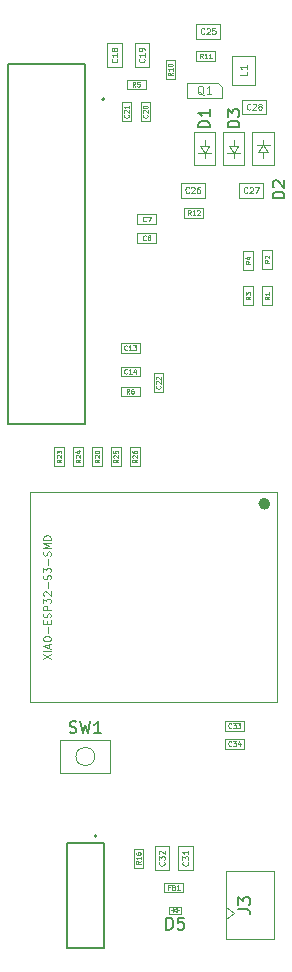
<source format=gbr>
%TF.GenerationSoftware,KiCad,Pcbnew,9.0.5*%
%TF.CreationDate,2025-11-24T11:18:26-05:00*%
%TF.ProjectId,everframe_board,65766572-6672-4616-9d65-5f626f617264,rev?*%
%TF.SameCoordinates,Original*%
%TF.FileFunction,AssemblyDrawing,Top*%
%FSLAX46Y46*%
G04 Gerber Fmt 4.6, Leading zero omitted, Abs format (unit mm)*
G04 Created by KiCad (PCBNEW 9.0.5) date 2025-11-24 11:18:26*
%MOMM*%
%LPD*%
G01*
G04 APERTURE LIST*
%ADD10C,0.150000*%
%ADD11C,0.060000*%
%ADD12C,0.080000*%
%ADD13C,0.090000*%
%ADD14C,0.110000*%
%ADD15C,0.101600*%
%ADD16C,0.100000*%
%ADD17C,0.127000*%
%ADD18C,0.200000*%
%ADD19C,0.504000*%
G04 APERTURE END LIST*
D10*
X89954819Y-129333333D02*
X90669104Y-129333333D01*
X90669104Y-129333333D02*
X90811961Y-129380952D01*
X90811961Y-129380952D02*
X90907200Y-129476190D01*
X90907200Y-129476190D02*
X90954819Y-129619047D01*
X90954819Y-129619047D02*
X90954819Y-129714285D01*
X89954819Y-128952380D02*
X89954819Y-128333333D01*
X89954819Y-128333333D02*
X90335771Y-128666666D01*
X90335771Y-128666666D02*
X90335771Y-128523809D01*
X90335771Y-128523809D02*
X90383390Y-128428571D01*
X90383390Y-128428571D02*
X90431009Y-128380952D01*
X90431009Y-128380952D02*
X90526247Y-128333333D01*
X90526247Y-128333333D02*
X90764342Y-128333333D01*
X90764342Y-128333333D02*
X90859580Y-128380952D01*
X90859580Y-128380952D02*
X90907200Y-128428571D01*
X90907200Y-128428571D02*
X90954819Y-128523809D01*
X90954819Y-128523809D02*
X90954819Y-128809523D01*
X90954819Y-128809523D02*
X90907200Y-128904761D01*
X90907200Y-128904761D02*
X90859580Y-128952380D01*
D11*
X84394427Y-58494642D02*
X84203951Y-58627975D01*
X84394427Y-58723213D02*
X83994427Y-58723213D01*
X83994427Y-58723213D02*
X83994427Y-58570832D01*
X83994427Y-58570832D02*
X84013475Y-58532737D01*
X84013475Y-58532737D02*
X84032522Y-58513690D01*
X84032522Y-58513690D02*
X84070618Y-58494642D01*
X84070618Y-58494642D02*
X84127760Y-58494642D01*
X84127760Y-58494642D02*
X84165856Y-58513690D01*
X84165856Y-58513690D02*
X84184903Y-58532737D01*
X84184903Y-58532737D02*
X84203951Y-58570832D01*
X84203951Y-58570832D02*
X84203951Y-58723213D01*
X84394427Y-58113690D02*
X84394427Y-58342261D01*
X84394427Y-58227975D02*
X83994427Y-58227975D01*
X83994427Y-58227975D02*
X84051570Y-58266071D01*
X84051570Y-58266071D02*
X84089665Y-58304166D01*
X84089665Y-58304166D02*
X84108713Y-58342261D01*
X83994427Y-57866071D02*
X83994427Y-57827976D01*
X83994427Y-57827976D02*
X84013475Y-57789880D01*
X84013475Y-57789880D02*
X84032522Y-57770833D01*
X84032522Y-57770833D02*
X84070618Y-57751785D01*
X84070618Y-57751785D02*
X84146808Y-57732738D01*
X84146808Y-57732738D02*
X84242046Y-57732738D01*
X84242046Y-57732738D02*
X84318237Y-57751785D01*
X84318237Y-57751785D02*
X84356332Y-57770833D01*
X84356332Y-57770833D02*
X84375380Y-57789880D01*
X84375380Y-57789880D02*
X84394427Y-57827976D01*
X84394427Y-57827976D02*
X84394427Y-57866071D01*
X84394427Y-57866071D02*
X84375380Y-57904166D01*
X84375380Y-57904166D02*
X84356332Y-57923214D01*
X84356332Y-57923214D02*
X84318237Y-57942261D01*
X84318237Y-57942261D02*
X84242046Y-57961309D01*
X84242046Y-57961309D02*
X84146808Y-57961309D01*
X84146808Y-57961309D02*
X84070618Y-57942261D01*
X84070618Y-57942261D02*
X84032522Y-57923214D01*
X84032522Y-57923214D02*
X84013475Y-57904166D01*
X84013475Y-57904166D02*
X83994427Y-57866071D01*
D10*
X75666667Y-114357200D02*
X75809524Y-114404819D01*
X75809524Y-114404819D02*
X76047619Y-114404819D01*
X76047619Y-114404819D02*
X76142857Y-114357200D01*
X76142857Y-114357200D02*
X76190476Y-114309580D01*
X76190476Y-114309580D02*
X76238095Y-114214342D01*
X76238095Y-114214342D02*
X76238095Y-114119104D01*
X76238095Y-114119104D02*
X76190476Y-114023866D01*
X76190476Y-114023866D02*
X76142857Y-113976247D01*
X76142857Y-113976247D02*
X76047619Y-113928628D01*
X76047619Y-113928628D02*
X75857143Y-113881009D01*
X75857143Y-113881009D02*
X75761905Y-113833390D01*
X75761905Y-113833390D02*
X75714286Y-113785771D01*
X75714286Y-113785771D02*
X75666667Y-113690533D01*
X75666667Y-113690533D02*
X75666667Y-113595295D01*
X75666667Y-113595295D02*
X75714286Y-113500057D01*
X75714286Y-113500057D02*
X75761905Y-113452438D01*
X75761905Y-113452438D02*
X75857143Y-113404819D01*
X75857143Y-113404819D02*
X76095238Y-113404819D01*
X76095238Y-113404819D02*
X76238095Y-113452438D01*
X76571429Y-113404819D02*
X76809524Y-114404819D01*
X76809524Y-114404819D02*
X77000000Y-113690533D01*
X77000000Y-113690533D02*
X77190476Y-114404819D01*
X77190476Y-114404819D02*
X77428572Y-113404819D01*
X78333333Y-114404819D02*
X77761905Y-114404819D01*
X78047619Y-114404819D02*
X78047619Y-113404819D01*
X78047619Y-113404819D02*
X77952381Y-113547676D01*
X77952381Y-113547676D02*
X77857143Y-113642914D01*
X77857143Y-113642914D02*
X77761905Y-113690533D01*
D11*
X84166667Y-127472403D02*
X84033334Y-127472403D01*
X84033334Y-127681927D02*
X84033334Y-127281927D01*
X84033334Y-127281927D02*
X84223810Y-127281927D01*
X84509524Y-127472403D02*
X84566667Y-127491451D01*
X84566667Y-127491451D02*
X84585714Y-127510499D01*
X84585714Y-127510499D02*
X84604762Y-127548594D01*
X84604762Y-127548594D02*
X84604762Y-127605737D01*
X84604762Y-127605737D02*
X84585714Y-127643832D01*
X84585714Y-127643832D02*
X84566667Y-127662880D01*
X84566667Y-127662880D02*
X84528572Y-127681927D01*
X84528572Y-127681927D02*
X84376191Y-127681927D01*
X84376191Y-127681927D02*
X84376191Y-127281927D01*
X84376191Y-127281927D02*
X84509524Y-127281927D01*
X84509524Y-127281927D02*
X84547619Y-127300975D01*
X84547619Y-127300975D02*
X84566667Y-127320022D01*
X84566667Y-127320022D02*
X84585714Y-127358118D01*
X84585714Y-127358118D02*
X84585714Y-127396213D01*
X84585714Y-127396213D02*
X84566667Y-127434308D01*
X84566667Y-127434308D02*
X84547619Y-127453356D01*
X84547619Y-127453356D02*
X84509524Y-127472403D01*
X84509524Y-127472403D02*
X84376191Y-127472403D01*
X84985714Y-127681927D02*
X84757143Y-127681927D01*
X84871429Y-127681927D02*
X84871429Y-127281927D01*
X84871429Y-127281927D02*
X84833333Y-127339070D01*
X84833333Y-127339070D02*
X84795238Y-127377165D01*
X84795238Y-127377165D02*
X84757143Y-127396213D01*
D12*
X81979530Y-57321428D02*
X82003340Y-57345237D01*
X82003340Y-57345237D02*
X82027149Y-57416666D01*
X82027149Y-57416666D02*
X82027149Y-57464285D01*
X82027149Y-57464285D02*
X82003340Y-57535713D01*
X82003340Y-57535713D02*
X81955720Y-57583332D01*
X81955720Y-57583332D02*
X81908101Y-57607142D01*
X81908101Y-57607142D02*
X81812863Y-57630951D01*
X81812863Y-57630951D02*
X81741435Y-57630951D01*
X81741435Y-57630951D02*
X81646197Y-57607142D01*
X81646197Y-57607142D02*
X81598578Y-57583332D01*
X81598578Y-57583332D02*
X81550959Y-57535713D01*
X81550959Y-57535713D02*
X81527149Y-57464285D01*
X81527149Y-57464285D02*
X81527149Y-57416666D01*
X81527149Y-57416666D02*
X81550959Y-57345237D01*
X81550959Y-57345237D02*
X81574768Y-57321428D01*
X82027149Y-56845237D02*
X82027149Y-57130951D01*
X82027149Y-56988094D02*
X81527149Y-56988094D01*
X81527149Y-56988094D02*
X81598578Y-57035713D01*
X81598578Y-57035713D02*
X81646197Y-57083332D01*
X81646197Y-57083332D02*
X81670006Y-57130951D01*
X82027149Y-56607142D02*
X82027149Y-56511904D01*
X82027149Y-56511904D02*
X82003340Y-56464285D01*
X82003340Y-56464285D02*
X81979530Y-56440476D01*
X81979530Y-56440476D02*
X81908101Y-56392857D01*
X81908101Y-56392857D02*
X81812863Y-56369047D01*
X81812863Y-56369047D02*
X81622387Y-56369047D01*
X81622387Y-56369047D02*
X81574768Y-56392857D01*
X81574768Y-56392857D02*
X81550959Y-56416666D01*
X81550959Y-56416666D02*
X81527149Y-56464285D01*
X81527149Y-56464285D02*
X81527149Y-56559523D01*
X81527149Y-56559523D02*
X81550959Y-56607142D01*
X81550959Y-56607142D02*
X81574768Y-56630952D01*
X81574768Y-56630952D02*
X81622387Y-56654761D01*
X81622387Y-56654761D02*
X81741435Y-56654761D01*
X81741435Y-56654761D02*
X81789054Y-56630952D01*
X81789054Y-56630952D02*
X81812863Y-56607142D01*
X81812863Y-56607142D02*
X81836673Y-56559523D01*
X81836673Y-56559523D02*
X81836673Y-56464285D01*
X81836673Y-56464285D02*
X81812863Y-56416666D01*
X81812863Y-56416666D02*
X81789054Y-56392857D01*
X81789054Y-56392857D02*
X81741435Y-56369047D01*
D11*
X90981927Y-77466666D02*
X90791451Y-77599999D01*
X90981927Y-77695237D02*
X90581927Y-77695237D01*
X90581927Y-77695237D02*
X90581927Y-77542856D01*
X90581927Y-77542856D02*
X90600975Y-77504761D01*
X90600975Y-77504761D02*
X90620022Y-77485714D01*
X90620022Y-77485714D02*
X90658118Y-77466666D01*
X90658118Y-77466666D02*
X90715260Y-77466666D01*
X90715260Y-77466666D02*
X90753356Y-77485714D01*
X90753356Y-77485714D02*
X90772403Y-77504761D01*
X90772403Y-77504761D02*
X90791451Y-77542856D01*
X90791451Y-77542856D02*
X90791451Y-77695237D01*
X90581927Y-77333333D02*
X90581927Y-77085714D01*
X90581927Y-77085714D02*
X90734308Y-77219047D01*
X90734308Y-77219047D02*
X90734308Y-77161904D01*
X90734308Y-77161904D02*
X90753356Y-77123809D01*
X90753356Y-77123809D02*
X90772403Y-77104761D01*
X90772403Y-77104761D02*
X90810499Y-77085714D01*
X90810499Y-77085714D02*
X90905737Y-77085714D01*
X90905737Y-77085714D02*
X90943832Y-77104761D01*
X90943832Y-77104761D02*
X90962880Y-77123809D01*
X90962880Y-77123809D02*
X90981927Y-77161904D01*
X90981927Y-77161904D02*
X90981927Y-77276190D01*
X90981927Y-77276190D02*
X90962880Y-77314285D01*
X90962880Y-77314285D02*
X90943832Y-77333333D01*
D13*
X90682143Y-58403332D02*
X90682143Y-58698570D01*
X90682143Y-58698570D02*
X90062143Y-58698570D01*
X90682143Y-57871904D02*
X90682143Y-58226189D01*
X90682143Y-58049046D02*
X90062143Y-58049046D01*
X90062143Y-58049046D02*
X90150715Y-58108094D01*
X90150715Y-58108094D02*
X90209762Y-58167142D01*
X90209762Y-58167142D02*
X90239286Y-58226189D01*
D10*
X90054819Y-63138094D02*
X89054819Y-63138094D01*
X89054819Y-63138094D02*
X89054819Y-62899999D01*
X89054819Y-62899999D02*
X89102438Y-62757142D01*
X89102438Y-62757142D02*
X89197676Y-62661904D01*
X89197676Y-62661904D02*
X89292914Y-62614285D01*
X89292914Y-62614285D02*
X89483390Y-62566666D01*
X89483390Y-62566666D02*
X89626247Y-62566666D01*
X89626247Y-62566666D02*
X89816723Y-62614285D01*
X89816723Y-62614285D02*
X89911961Y-62661904D01*
X89911961Y-62661904D02*
X90007200Y-62757142D01*
X90007200Y-62757142D02*
X90054819Y-62899999D01*
X90054819Y-62899999D02*
X90054819Y-63138094D01*
X89054819Y-62233332D02*
X89054819Y-61614285D01*
X89054819Y-61614285D02*
X89435771Y-61947618D01*
X89435771Y-61947618D02*
X89435771Y-61804761D01*
X89435771Y-61804761D02*
X89483390Y-61709523D01*
X89483390Y-61709523D02*
X89531009Y-61661904D01*
X89531009Y-61661904D02*
X89626247Y-61614285D01*
X89626247Y-61614285D02*
X89864342Y-61614285D01*
X89864342Y-61614285D02*
X89959580Y-61661904D01*
X89959580Y-61661904D02*
X90007200Y-61709523D01*
X90007200Y-61709523D02*
X90054819Y-61804761D01*
X90054819Y-61804761D02*
X90054819Y-62090475D01*
X90054819Y-62090475D02*
X90007200Y-62185713D01*
X90007200Y-62185713D02*
X89959580Y-62233332D01*
D14*
X87031428Y-60395937D02*
X86962857Y-60361651D01*
X86962857Y-60361651D02*
X86894285Y-60293080D01*
X86894285Y-60293080D02*
X86791428Y-60190222D01*
X86791428Y-60190222D02*
X86722857Y-60155937D01*
X86722857Y-60155937D02*
X86654285Y-60155937D01*
X86688571Y-60327365D02*
X86620000Y-60293080D01*
X86620000Y-60293080D02*
X86551428Y-60224508D01*
X86551428Y-60224508D02*
X86517142Y-60087365D01*
X86517142Y-60087365D02*
X86517142Y-59847365D01*
X86517142Y-59847365D02*
X86551428Y-59710222D01*
X86551428Y-59710222D02*
X86620000Y-59641651D01*
X86620000Y-59641651D02*
X86688571Y-59607365D01*
X86688571Y-59607365D02*
X86825714Y-59607365D01*
X86825714Y-59607365D02*
X86894285Y-59641651D01*
X86894285Y-59641651D02*
X86962857Y-59710222D01*
X86962857Y-59710222D02*
X86997142Y-59847365D01*
X86997142Y-59847365D02*
X86997142Y-60087365D01*
X86997142Y-60087365D02*
X86962857Y-60224508D01*
X86962857Y-60224508D02*
X86894285Y-60293080D01*
X86894285Y-60293080D02*
X86825714Y-60327365D01*
X86825714Y-60327365D02*
X86688571Y-60327365D01*
X87682857Y-60327365D02*
X87271428Y-60327365D01*
X87477143Y-60327365D02*
X87477143Y-59607365D01*
X87477143Y-59607365D02*
X87408571Y-59710222D01*
X87408571Y-59710222D02*
X87340000Y-59778794D01*
X87340000Y-59778794D02*
X87271428Y-59813080D01*
D10*
X93854819Y-69138094D02*
X92854819Y-69138094D01*
X92854819Y-69138094D02*
X92854819Y-68899999D01*
X92854819Y-68899999D02*
X92902438Y-68757142D01*
X92902438Y-68757142D02*
X92997676Y-68661904D01*
X92997676Y-68661904D02*
X93092914Y-68614285D01*
X93092914Y-68614285D02*
X93283390Y-68566666D01*
X93283390Y-68566666D02*
X93426247Y-68566666D01*
X93426247Y-68566666D02*
X93616723Y-68614285D01*
X93616723Y-68614285D02*
X93711961Y-68661904D01*
X93711961Y-68661904D02*
X93807200Y-68757142D01*
X93807200Y-68757142D02*
X93854819Y-68899999D01*
X93854819Y-68899999D02*
X93854819Y-69138094D01*
X92950057Y-68185713D02*
X92902438Y-68138094D01*
X92902438Y-68138094D02*
X92854819Y-68042856D01*
X92854819Y-68042856D02*
X92854819Y-67804761D01*
X92854819Y-67804761D02*
X92902438Y-67709523D01*
X92902438Y-67709523D02*
X92950057Y-67661904D01*
X92950057Y-67661904D02*
X93045295Y-67614285D01*
X93045295Y-67614285D02*
X93140533Y-67614285D01*
X93140533Y-67614285D02*
X93283390Y-67661904D01*
X93283390Y-67661904D02*
X93854819Y-68233332D01*
X93854819Y-68233332D02*
X93854819Y-67614285D01*
D11*
X81233333Y-59681927D02*
X81100000Y-59491451D01*
X81004762Y-59681927D02*
X81004762Y-59281927D01*
X81004762Y-59281927D02*
X81157143Y-59281927D01*
X81157143Y-59281927D02*
X81195238Y-59300975D01*
X81195238Y-59300975D02*
X81214285Y-59320022D01*
X81214285Y-59320022D02*
X81233333Y-59358118D01*
X81233333Y-59358118D02*
X81233333Y-59415260D01*
X81233333Y-59415260D02*
X81214285Y-59453356D01*
X81214285Y-59453356D02*
X81195238Y-59472403D01*
X81195238Y-59472403D02*
X81157143Y-59491451D01*
X81157143Y-59491451D02*
X81004762Y-59491451D01*
X81595238Y-59281927D02*
X81404762Y-59281927D01*
X81404762Y-59281927D02*
X81385714Y-59472403D01*
X81385714Y-59472403D02*
X81404762Y-59453356D01*
X81404762Y-59453356D02*
X81442857Y-59434308D01*
X81442857Y-59434308D02*
X81538095Y-59434308D01*
X81538095Y-59434308D02*
X81576190Y-59453356D01*
X81576190Y-59453356D02*
X81595238Y-59472403D01*
X81595238Y-59472403D02*
X81614285Y-59510499D01*
X81614285Y-59510499D02*
X81614285Y-59605737D01*
X81614285Y-59605737D02*
X81595238Y-59643832D01*
X81595238Y-59643832D02*
X81576190Y-59662880D01*
X81576190Y-59662880D02*
X81538095Y-59681927D01*
X81538095Y-59681927D02*
X81442857Y-59681927D01*
X81442857Y-59681927D02*
X81404762Y-59662880D01*
X81404762Y-59662880D02*
X81385714Y-59643832D01*
X82133333Y-71043832D02*
X82114285Y-71062880D01*
X82114285Y-71062880D02*
X82057143Y-71081927D01*
X82057143Y-71081927D02*
X82019047Y-71081927D01*
X82019047Y-71081927D02*
X81961904Y-71062880D01*
X81961904Y-71062880D02*
X81923809Y-71024784D01*
X81923809Y-71024784D02*
X81904762Y-70986689D01*
X81904762Y-70986689D02*
X81885714Y-70910499D01*
X81885714Y-70910499D02*
X81885714Y-70853356D01*
X81885714Y-70853356D02*
X81904762Y-70777165D01*
X81904762Y-70777165D02*
X81923809Y-70739070D01*
X81923809Y-70739070D02*
X81961904Y-70700975D01*
X81961904Y-70700975D02*
X82019047Y-70681927D01*
X82019047Y-70681927D02*
X82057143Y-70681927D01*
X82057143Y-70681927D02*
X82114285Y-70700975D01*
X82114285Y-70700975D02*
X82133333Y-70720022D01*
X82266666Y-70681927D02*
X82533333Y-70681927D01*
X82533333Y-70681927D02*
X82361904Y-71081927D01*
X74981927Y-91257142D02*
X74791451Y-91390475D01*
X74981927Y-91485713D02*
X74581927Y-91485713D01*
X74581927Y-91485713D02*
X74581927Y-91333332D01*
X74581927Y-91333332D02*
X74600975Y-91295237D01*
X74600975Y-91295237D02*
X74620022Y-91276190D01*
X74620022Y-91276190D02*
X74658118Y-91257142D01*
X74658118Y-91257142D02*
X74715260Y-91257142D01*
X74715260Y-91257142D02*
X74753356Y-91276190D01*
X74753356Y-91276190D02*
X74772403Y-91295237D01*
X74772403Y-91295237D02*
X74791451Y-91333332D01*
X74791451Y-91333332D02*
X74791451Y-91485713D01*
X74620022Y-91104761D02*
X74600975Y-91085713D01*
X74600975Y-91085713D02*
X74581927Y-91047618D01*
X74581927Y-91047618D02*
X74581927Y-90952380D01*
X74581927Y-90952380D02*
X74600975Y-90914285D01*
X74600975Y-90914285D02*
X74620022Y-90895237D01*
X74620022Y-90895237D02*
X74658118Y-90876190D01*
X74658118Y-90876190D02*
X74696213Y-90876190D01*
X74696213Y-90876190D02*
X74753356Y-90895237D01*
X74753356Y-90895237D02*
X74981927Y-91123809D01*
X74981927Y-91123809D02*
X74981927Y-90876190D01*
X74581927Y-90742857D02*
X74581927Y-90495238D01*
X74581927Y-90495238D02*
X74734308Y-90628571D01*
X74734308Y-90628571D02*
X74734308Y-90571428D01*
X74734308Y-90571428D02*
X74753356Y-90533333D01*
X74753356Y-90533333D02*
X74772403Y-90514285D01*
X74772403Y-90514285D02*
X74810499Y-90495238D01*
X74810499Y-90495238D02*
X74905737Y-90495238D01*
X74905737Y-90495238D02*
X74943832Y-90514285D01*
X74943832Y-90514285D02*
X74962880Y-90533333D01*
X74962880Y-90533333D02*
X74981927Y-90571428D01*
X74981927Y-90571428D02*
X74981927Y-90685714D01*
X74981927Y-90685714D02*
X74962880Y-90723809D01*
X74962880Y-90723809D02*
X74943832Y-90742857D01*
X85942855Y-70531927D02*
X85809522Y-70341451D01*
X85714284Y-70531927D02*
X85714284Y-70131927D01*
X85714284Y-70131927D02*
X85866665Y-70131927D01*
X85866665Y-70131927D02*
X85904760Y-70150975D01*
X85904760Y-70150975D02*
X85923807Y-70170022D01*
X85923807Y-70170022D02*
X85942855Y-70208118D01*
X85942855Y-70208118D02*
X85942855Y-70265260D01*
X85942855Y-70265260D02*
X85923807Y-70303356D01*
X85923807Y-70303356D02*
X85904760Y-70322403D01*
X85904760Y-70322403D02*
X85866665Y-70341451D01*
X85866665Y-70341451D02*
X85714284Y-70341451D01*
X86323807Y-70531927D02*
X86095236Y-70531927D01*
X86209522Y-70531927D02*
X86209522Y-70131927D01*
X86209522Y-70131927D02*
X86171426Y-70189070D01*
X86171426Y-70189070D02*
X86133331Y-70227165D01*
X86133331Y-70227165D02*
X86095236Y-70246213D01*
X86476188Y-70170022D02*
X86495236Y-70150975D01*
X86495236Y-70150975D02*
X86533331Y-70131927D01*
X86533331Y-70131927D02*
X86628569Y-70131927D01*
X86628569Y-70131927D02*
X86666664Y-70150975D01*
X86666664Y-70150975D02*
X86685712Y-70170022D01*
X86685712Y-70170022D02*
X86704759Y-70208118D01*
X86704759Y-70208118D02*
X86704759Y-70246213D01*
X86704759Y-70246213D02*
X86685712Y-70303356D01*
X86685712Y-70303356D02*
X86457140Y-70531927D01*
X86457140Y-70531927D02*
X86704759Y-70531927D01*
X80733333Y-85681927D02*
X80600000Y-85491451D01*
X80504762Y-85681927D02*
X80504762Y-85281927D01*
X80504762Y-85281927D02*
X80657143Y-85281927D01*
X80657143Y-85281927D02*
X80695238Y-85300975D01*
X80695238Y-85300975D02*
X80714285Y-85320022D01*
X80714285Y-85320022D02*
X80733333Y-85358118D01*
X80733333Y-85358118D02*
X80733333Y-85415260D01*
X80733333Y-85415260D02*
X80714285Y-85453356D01*
X80714285Y-85453356D02*
X80695238Y-85472403D01*
X80695238Y-85472403D02*
X80657143Y-85491451D01*
X80657143Y-85491451D02*
X80504762Y-85491451D01*
X81076190Y-85281927D02*
X81000000Y-85281927D01*
X81000000Y-85281927D02*
X80961904Y-85300975D01*
X80961904Y-85300975D02*
X80942857Y-85320022D01*
X80942857Y-85320022D02*
X80904762Y-85377165D01*
X80904762Y-85377165D02*
X80885714Y-85453356D01*
X80885714Y-85453356D02*
X80885714Y-85605737D01*
X80885714Y-85605737D02*
X80904762Y-85643832D01*
X80904762Y-85643832D02*
X80923809Y-85662880D01*
X80923809Y-85662880D02*
X80961904Y-85681927D01*
X80961904Y-85681927D02*
X81038095Y-85681927D01*
X81038095Y-85681927D02*
X81076190Y-85662880D01*
X81076190Y-85662880D02*
X81095238Y-85643832D01*
X81095238Y-85643832D02*
X81114285Y-85605737D01*
X81114285Y-85605737D02*
X81114285Y-85510499D01*
X81114285Y-85510499D02*
X81095238Y-85472403D01*
X81095238Y-85472403D02*
X81076190Y-85453356D01*
X81076190Y-85453356D02*
X81038095Y-85434308D01*
X81038095Y-85434308D02*
X80961904Y-85434308D01*
X80961904Y-85434308D02*
X80923809Y-85453356D01*
X80923809Y-85453356D02*
X80904762Y-85472403D01*
X80904762Y-85472403D02*
X80885714Y-85510499D01*
D10*
X83861905Y-131054819D02*
X83861905Y-130054819D01*
X83861905Y-130054819D02*
X84100000Y-130054819D01*
X84100000Y-130054819D02*
X84242857Y-130102438D01*
X84242857Y-130102438D02*
X84338095Y-130197676D01*
X84338095Y-130197676D02*
X84385714Y-130292914D01*
X84385714Y-130292914D02*
X84433333Y-130483390D01*
X84433333Y-130483390D02*
X84433333Y-130626247D01*
X84433333Y-130626247D02*
X84385714Y-130816723D01*
X84385714Y-130816723D02*
X84338095Y-130911961D01*
X84338095Y-130911961D02*
X84242857Y-131007200D01*
X84242857Y-131007200D02*
X84100000Y-131054819D01*
X84100000Y-131054819D02*
X83861905Y-131054819D01*
X85338095Y-130054819D02*
X84861905Y-130054819D01*
X84861905Y-130054819D02*
X84814286Y-130531009D01*
X84814286Y-130531009D02*
X84861905Y-130483390D01*
X84861905Y-130483390D02*
X84957143Y-130435771D01*
X84957143Y-130435771D02*
X85195238Y-130435771D01*
X85195238Y-130435771D02*
X85290476Y-130483390D01*
X85290476Y-130483390D02*
X85338095Y-130531009D01*
X85338095Y-130531009D02*
X85385714Y-130626247D01*
X85385714Y-130626247D02*
X85385714Y-130864342D01*
X85385714Y-130864342D02*
X85338095Y-130959580D01*
X85338095Y-130959580D02*
X85290476Y-131007200D01*
X85290476Y-131007200D02*
X85195238Y-131054819D01*
X85195238Y-131054819D02*
X84957143Y-131054819D01*
X84957143Y-131054819D02*
X84861905Y-131007200D01*
X84861905Y-131007200D02*
X84814286Y-130959580D01*
D11*
X86942857Y-57281927D02*
X86809524Y-57091451D01*
X86714286Y-57281927D02*
X86714286Y-56881927D01*
X86714286Y-56881927D02*
X86866667Y-56881927D01*
X86866667Y-56881927D02*
X86904762Y-56900975D01*
X86904762Y-56900975D02*
X86923809Y-56920022D01*
X86923809Y-56920022D02*
X86942857Y-56958118D01*
X86942857Y-56958118D02*
X86942857Y-57015260D01*
X86942857Y-57015260D02*
X86923809Y-57053356D01*
X86923809Y-57053356D02*
X86904762Y-57072403D01*
X86904762Y-57072403D02*
X86866667Y-57091451D01*
X86866667Y-57091451D02*
X86714286Y-57091451D01*
X87323809Y-57281927D02*
X87095238Y-57281927D01*
X87209524Y-57281927D02*
X87209524Y-56881927D01*
X87209524Y-56881927D02*
X87171428Y-56939070D01*
X87171428Y-56939070D02*
X87133333Y-56977165D01*
X87133333Y-56977165D02*
X87095238Y-56996213D01*
X87704761Y-57281927D02*
X87476190Y-57281927D01*
X87590476Y-57281927D02*
X87590476Y-56881927D01*
X87590476Y-56881927D02*
X87552380Y-56939070D01*
X87552380Y-56939070D02*
X87514285Y-56977165D01*
X87514285Y-56977165D02*
X87476190Y-56996213D01*
X80542857Y-81943832D02*
X80523809Y-81962880D01*
X80523809Y-81962880D02*
X80466667Y-81981927D01*
X80466667Y-81981927D02*
X80428571Y-81981927D01*
X80428571Y-81981927D02*
X80371428Y-81962880D01*
X80371428Y-81962880D02*
X80333333Y-81924784D01*
X80333333Y-81924784D02*
X80314286Y-81886689D01*
X80314286Y-81886689D02*
X80295238Y-81810499D01*
X80295238Y-81810499D02*
X80295238Y-81753356D01*
X80295238Y-81753356D02*
X80314286Y-81677165D01*
X80314286Y-81677165D02*
X80333333Y-81639070D01*
X80333333Y-81639070D02*
X80371428Y-81600975D01*
X80371428Y-81600975D02*
X80428571Y-81581927D01*
X80428571Y-81581927D02*
X80466667Y-81581927D01*
X80466667Y-81581927D02*
X80523809Y-81600975D01*
X80523809Y-81600975D02*
X80542857Y-81620022D01*
X80923809Y-81981927D02*
X80695238Y-81981927D01*
X80809524Y-81981927D02*
X80809524Y-81581927D01*
X80809524Y-81581927D02*
X80771428Y-81639070D01*
X80771428Y-81639070D02*
X80733333Y-81677165D01*
X80733333Y-81677165D02*
X80695238Y-81696213D01*
X81057142Y-81581927D02*
X81304761Y-81581927D01*
X81304761Y-81581927D02*
X81171428Y-81734308D01*
X81171428Y-81734308D02*
X81228571Y-81734308D01*
X81228571Y-81734308D02*
X81266666Y-81753356D01*
X81266666Y-81753356D02*
X81285714Y-81772403D01*
X81285714Y-81772403D02*
X81304761Y-81810499D01*
X81304761Y-81810499D02*
X81304761Y-81905737D01*
X81304761Y-81905737D02*
X81285714Y-81943832D01*
X81285714Y-81943832D02*
X81266666Y-81962880D01*
X81266666Y-81962880D02*
X81228571Y-81981927D01*
X81228571Y-81981927D02*
X81114285Y-81981927D01*
X81114285Y-81981927D02*
X81076190Y-81962880D01*
X81076190Y-81962880D02*
X81057142Y-81943832D01*
D12*
X90978571Y-61579530D02*
X90954762Y-61603340D01*
X90954762Y-61603340D02*
X90883333Y-61627149D01*
X90883333Y-61627149D02*
X90835714Y-61627149D01*
X90835714Y-61627149D02*
X90764286Y-61603340D01*
X90764286Y-61603340D02*
X90716667Y-61555720D01*
X90716667Y-61555720D02*
X90692857Y-61508101D01*
X90692857Y-61508101D02*
X90669048Y-61412863D01*
X90669048Y-61412863D02*
X90669048Y-61341435D01*
X90669048Y-61341435D02*
X90692857Y-61246197D01*
X90692857Y-61246197D02*
X90716667Y-61198578D01*
X90716667Y-61198578D02*
X90764286Y-61150959D01*
X90764286Y-61150959D02*
X90835714Y-61127149D01*
X90835714Y-61127149D02*
X90883333Y-61127149D01*
X90883333Y-61127149D02*
X90954762Y-61150959D01*
X90954762Y-61150959D02*
X90978571Y-61174768D01*
X91169048Y-61174768D02*
X91192857Y-61150959D01*
X91192857Y-61150959D02*
X91240476Y-61127149D01*
X91240476Y-61127149D02*
X91359524Y-61127149D01*
X91359524Y-61127149D02*
X91407143Y-61150959D01*
X91407143Y-61150959D02*
X91430952Y-61174768D01*
X91430952Y-61174768D02*
X91454762Y-61222387D01*
X91454762Y-61222387D02*
X91454762Y-61270006D01*
X91454762Y-61270006D02*
X91430952Y-61341435D01*
X91430952Y-61341435D02*
X91145238Y-61627149D01*
X91145238Y-61627149D02*
X91454762Y-61627149D01*
X91740476Y-61341435D02*
X91692857Y-61317625D01*
X91692857Y-61317625D02*
X91669047Y-61293816D01*
X91669047Y-61293816D02*
X91645238Y-61246197D01*
X91645238Y-61246197D02*
X91645238Y-61222387D01*
X91645238Y-61222387D02*
X91669047Y-61174768D01*
X91669047Y-61174768D02*
X91692857Y-61150959D01*
X91692857Y-61150959D02*
X91740476Y-61127149D01*
X91740476Y-61127149D02*
X91835714Y-61127149D01*
X91835714Y-61127149D02*
X91883333Y-61150959D01*
X91883333Y-61150959D02*
X91907142Y-61174768D01*
X91907142Y-61174768D02*
X91930952Y-61222387D01*
X91930952Y-61222387D02*
X91930952Y-61246197D01*
X91930952Y-61246197D02*
X91907142Y-61293816D01*
X91907142Y-61293816D02*
X91883333Y-61317625D01*
X91883333Y-61317625D02*
X91835714Y-61341435D01*
X91835714Y-61341435D02*
X91740476Y-61341435D01*
X91740476Y-61341435D02*
X91692857Y-61365244D01*
X91692857Y-61365244D02*
X91669047Y-61389054D01*
X91669047Y-61389054D02*
X91645238Y-61436673D01*
X91645238Y-61436673D02*
X91645238Y-61531911D01*
X91645238Y-61531911D02*
X91669047Y-61579530D01*
X91669047Y-61579530D02*
X91692857Y-61603340D01*
X91692857Y-61603340D02*
X91740476Y-61627149D01*
X91740476Y-61627149D02*
X91835714Y-61627149D01*
X91835714Y-61627149D02*
X91883333Y-61603340D01*
X91883333Y-61603340D02*
X91907142Y-61579530D01*
X91907142Y-61579530D02*
X91930952Y-61531911D01*
X91930952Y-61531911D02*
X91930952Y-61436673D01*
X91930952Y-61436673D02*
X91907142Y-61389054D01*
X91907142Y-61389054D02*
X91883333Y-61365244D01*
X91883333Y-61365244D02*
X91835714Y-61341435D01*
D11*
X90981927Y-74466666D02*
X90791451Y-74599999D01*
X90981927Y-74695237D02*
X90581927Y-74695237D01*
X90581927Y-74695237D02*
X90581927Y-74542856D01*
X90581927Y-74542856D02*
X90600975Y-74504761D01*
X90600975Y-74504761D02*
X90620022Y-74485714D01*
X90620022Y-74485714D02*
X90658118Y-74466666D01*
X90658118Y-74466666D02*
X90715260Y-74466666D01*
X90715260Y-74466666D02*
X90753356Y-74485714D01*
X90753356Y-74485714D02*
X90772403Y-74504761D01*
X90772403Y-74504761D02*
X90791451Y-74542856D01*
X90791451Y-74542856D02*
X90791451Y-74695237D01*
X90715260Y-74123809D02*
X90981927Y-74123809D01*
X90562880Y-74219047D02*
X90848594Y-74314285D01*
X90848594Y-74314285D02*
X90848594Y-74066666D01*
D10*
X87554819Y-63138094D02*
X86554819Y-63138094D01*
X86554819Y-63138094D02*
X86554819Y-62899999D01*
X86554819Y-62899999D02*
X86602438Y-62757142D01*
X86602438Y-62757142D02*
X86697676Y-62661904D01*
X86697676Y-62661904D02*
X86792914Y-62614285D01*
X86792914Y-62614285D02*
X86983390Y-62566666D01*
X86983390Y-62566666D02*
X87126247Y-62566666D01*
X87126247Y-62566666D02*
X87316723Y-62614285D01*
X87316723Y-62614285D02*
X87411961Y-62661904D01*
X87411961Y-62661904D02*
X87507200Y-62757142D01*
X87507200Y-62757142D02*
X87554819Y-62899999D01*
X87554819Y-62899999D02*
X87554819Y-63138094D01*
X87554819Y-61614285D02*
X87554819Y-62185713D01*
X87554819Y-61899999D02*
X86554819Y-61899999D01*
X86554819Y-61899999D02*
X86697676Y-61995237D01*
X86697676Y-61995237D02*
X86792914Y-62090475D01*
X86792914Y-62090475D02*
X86840533Y-62185713D01*
D12*
X85679530Y-125321428D02*
X85703340Y-125345237D01*
X85703340Y-125345237D02*
X85727149Y-125416666D01*
X85727149Y-125416666D02*
X85727149Y-125464285D01*
X85727149Y-125464285D02*
X85703340Y-125535713D01*
X85703340Y-125535713D02*
X85655720Y-125583332D01*
X85655720Y-125583332D02*
X85608101Y-125607142D01*
X85608101Y-125607142D02*
X85512863Y-125630951D01*
X85512863Y-125630951D02*
X85441435Y-125630951D01*
X85441435Y-125630951D02*
X85346197Y-125607142D01*
X85346197Y-125607142D02*
X85298578Y-125583332D01*
X85298578Y-125583332D02*
X85250959Y-125535713D01*
X85250959Y-125535713D02*
X85227149Y-125464285D01*
X85227149Y-125464285D02*
X85227149Y-125416666D01*
X85227149Y-125416666D02*
X85250959Y-125345237D01*
X85250959Y-125345237D02*
X85274768Y-125321428D01*
X85227149Y-125154761D02*
X85227149Y-124845237D01*
X85227149Y-124845237D02*
X85417625Y-125011904D01*
X85417625Y-125011904D02*
X85417625Y-124940475D01*
X85417625Y-124940475D02*
X85441435Y-124892856D01*
X85441435Y-124892856D02*
X85465244Y-124869047D01*
X85465244Y-124869047D02*
X85512863Y-124845237D01*
X85512863Y-124845237D02*
X85631911Y-124845237D01*
X85631911Y-124845237D02*
X85679530Y-124869047D01*
X85679530Y-124869047D02*
X85703340Y-124892856D01*
X85703340Y-124892856D02*
X85727149Y-124940475D01*
X85727149Y-124940475D02*
X85727149Y-125083332D01*
X85727149Y-125083332D02*
X85703340Y-125130951D01*
X85703340Y-125130951D02*
X85679530Y-125154761D01*
X85727149Y-124369047D02*
X85727149Y-124654761D01*
X85727149Y-124511904D02*
X85227149Y-124511904D01*
X85227149Y-124511904D02*
X85298578Y-124559523D01*
X85298578Y-124559523D02*
X85346197Y-124607142D01*
X85346197Y-124607142D02*
X85370006Y-124654761D01*
D11*
X80542857Y-83943832D02*
X80523809Y-83962880D01*
X80523809Y-83962880D02*
X80466667Y-83981927D01*
X80466667Y-83981927D02*
X80428571Y-83981927D01*
X80428571Y-83981927D02*
X80371428Y-83962880D01*
X80371428Y-83962880D02*
X80333333Y-83924784D01*
X80333333Y-83924784D02*
X80314286Y-83886689D01*
X80314286Y-83886689D02*
X80295238Y-83810499D01*
X80295238Y-83810499D02*
X80295238Y-83753356D01*
X80295238Y-83753356D02*
X80314286Y-83677165D01*
X80314286Y-83677165D02*
X80333333Y-83639070D01*
X80333333Y-83639070D02*
X80371428Y-83600975D01*
X80371428Y-83600975D02*
X80428571Y-83581927D01*
X80428571Y-83581927D02*
X80466667Y-83581927D01*
X80466667Y-83581927D02*
X80523809Y-83600975D01*
X80523809Y-83600975D02*
X80542857Y-83620022D01*
X80923809Y-83981927D02*
X80695238Y-83981927D01*
X80809524Y-83981927D02*
X80809524Y-83581927D01*
X80809524Y-83581927D02*
X80771428Y-83639070D01*
X80771428Y-83639070D02*
X80733333Y-83677165D01*
X80733333Y-83677165D02*
X80695238Y-83696213D01*
X81266666Y-83715260D02*
X81266666Y-83981927D01*
X81171428Y-83562880D02*
X81076190Y-83848594D01*
X81076190Y-83848594D02*
X81323809Y-83848594D01*
X76581927Y-91257142D02*
X76391451Y-91390475D01*
X76581927Y-91485713D02*
X76181927Y-91485713D01*
X76181927Y-91485713D02*
X76181927Y-91333332D01*
X76181927Y-91333332D02*
X76200975Y-91295237D01*
X76200975Y-91295237D02*
X76220022Y-91276190D01*
X76220022Y-91276190D02*
X76258118Y-91257142D01*
X76258118Y-91257142D02*
X76315260Y-91257142D01*
X76315260Y-91257142D02*
X76353356Y-91276190D01*
X76353356Y-91276190D02*
X76372403Y-91295237D01*
X76372403Y-91295237D02*
X76391451Y-91333332D01*
X76391451Y-91333332D02*
X76391451Y-91485713D01*
X76220022Y-91104761D02*
X76200975Y-91085713D01*
X76200975Y-91085713D02*
X76181927Y-91047618D01*
X76181927Y-91047618D02*
X76181927Y-90952380D01*
X76181927Y-90952380D02*
X76200975Y-90914285D01*
X76200975Y-90914285D02*
X76220022Y-90895237D01*
X76220022Y-90895237D02*
X76258118Y-90876190D01*
X76258118Y-90876190D02*
X76296213Y-90876190D01*
X76296213Y-90876190D02*
X76353356Y-90895237D01*
X76353356Y-90895237D02*
X76581927Y-91123809D01*
X76581927Y-91123809D02*
X76581927Y-90876190D01*
X76315260Y-90533333D02*
X76581927Y-90533333D01*
X76162880Y-90628571D02*
X76448594Y-90723809D01*
X76448594Y-90723809D02*
X76448594Y-90476190D01*
X89367857Y-113943832D02*
X89348809Y-113962880D01*
X89348809Y-113962880D02*
X89291667Y-113981927D01*
X89291667Y-113981927D02*
X89253571Y-113981927D01*
X89253571Y-113981927D02*
X89196428Y-113962880D01*
X89196428Y-113962880D02*
X89158333Y-113924784D01*
X89158333Y-113924784D02*
X89139286Y-113886689D01*
X89139286Y-113886689D02*
X89120238Y-113810499D01*
X89120238Y-113810499D02*
X89120238Y-113753356D01*
X89120238Y-113753356D02*
X89139286Y-113677165D01*
X89139286Y-113677165D02*
X89158333Y-113639070D01*
X89158333Y-113639070D02*
X89196428Y-113600975D01*
X89196428Y-113600975D02*
X89253571Y-113581927D01*
X89253571Y-113581927D02*
X89291667Y-113581927D01*
X89291667Y-113581927D02*
X89348809Y-113600975D01*
X89348809Y-113600975D02*
X89367857Y-113620022D01*
X89501190Y-113581927D02*
X89748809Y-113581927D01*
X89748809Y-113581927D02*
X89615476Y-113734308D01*
X89615476Y-113734308D02*
X89672619Y-113734308D01*
X89672619Y-113734308D02*
X89710714Y-113753356D01*
X89710714Y-113753356D02*
X89729762Y-113772403D01*
X89729762Y-113772403D02*
X89748809Y-113810499D01*
X89748809Y-113810499D02*
X89748809Y-113905737D01*
X89748809Y-113905737D02*
X89729762Y-113943832D01*
X89729762Y-113943832D02*
X89710714Y-113962880D01*
X89710714Y-113962880D02*
X89672619Y-113981927D01*
X89672619Y-113981927D02*
X89558333Y-113981927D01*
X89558333Y-113981927D02*
X89520238Y-113962880D01*
X89520238Y-113962880D02*
X89501190Y-113943832D01*
X89882142Y-113581927D02*
X90129761Y-113581927D01*
X90129761Y-113581927D02*
X89996428Y-113734308D01*
X89996428Y-113734308D02*
X90053571Y-113734308D01*
X90053571Y-113734308D02*
X90091666Y-113753356D01*
X90091666Y-113753356D02*
X90110714Y-113772403D01*
X90110714Y-113772403D02*
X90129761Y-113810499D01*
X90129761Y-113810499D02*
X90129761Y-113905737D01*
X90129761Y-113905737D02*
X90110714Y-113943832D01*
X90110714Y-113943832D02*
X90091666Y-113962880D01*
X90091666Y-113962880D02*
X90053571Y-113981927D01*
X90053571Y-113981927D02*
X89939285Y-113981927D01*
X89939285Y-113981927D02*
X89901190Y-113962880D01*
X89901190Y-113962880D02*
X89882142Y-113943832D01*
D12*
X83679530Y-125321428D02*
X83703340Y-125345237D01*
X83703340Y-125345237D02*
X83727149Y-125416666D01*
X83727149Y-125416666D02*
X83727149Y-125464285D01*
X83727149Y-125464285D02*
X83703340Y-125535713D01*
X83703340Y-125535713D02*
X83655720Y-125583332D01*
X83655720Y-125583332D02*
X83608101Y-125607142D01*
X83608101Y-125607142D02*
X83512863Y-125630951D01*
X83512863Y-125630951D02*
X83441435Y-125630951D01*
X83441435Y-125630951D02*
X83346197Y-125607142D01*
X83346197Y-125607142D02*
X83298578Y-125583332D01*
X83298578Y-125583332D02*
X83250959Y-125535713D01*
X83250959Y-125535713D02*
X83227149Y-125464285D01*
X83227149Y-125464285D02*
X83227149Y-125416666D01*
X83227149Y-125416666D02*
X83250959Y-125345237D01*
X83250959Y-125345237D02*
X83274768Y-125321428D01*
X83227149Y-125154761D02*
X83227149Y-124845237D01*
X83227149Y-124845237D02*
X83417625Y-125011904D01*
X83417625Y-125011904D02*
X83417625Y-124940475D01*
X83417625Y-124940475D02*
X83441435Y-124892856D01*
X83441435Y-124892856D02*
X83465244Y-124869047D01*
X83465244Y-124869047D02*
X83512863Y-124845237D01*
X83512863Y-124845237D02*
X83631911Y-124845237D01*
X83631911Y-124845237D02*
X83679530Y-124869047D01*
X83679530Y-124869047D02*
X83703340Y-124892856D01*
X83703340Y-124892856D02*
X83727149Y-124940475D01*
X83727149Y-124940475D02*
X83727149Y-125083332D01*
X83727149Y-125083332D02*
X83703340Y-125130951D01*
X83703340Y-125130951D02*
X83679530Y-125154761D01*
X83274768Y-124654761D02*
X83250959Y-124630952D01*
X83250959Y-124630952D02*
X83227149Y-124583333D01*
X83227149Y-124583333D02*
X83227149Y-124464285D01*
X83227149Y-124464285D02*
X83250959Y-124416666D01*
X83250959Y-124416666D02*
X83274768Y-124392857D01*
X83274768Y-124392857D02*
X83322387Y-124369047D01*
X83322387Y-124369047D02*
X83370006Y-124369047D01*
X83370006Y-124369047D02*
X83441435Y-124392857D01*
X83441435Y-124392857D02*
X83727149Y-124678571D01*
X83727149Y-124678571D02*
X83727149Y-124369047D01*
D15*
X73450479Y-108136308D02*
X74085479Y-107712975D01*
X73450479Y-107712975D02*
X74085479Y-108136308D01*
X74085479Y-107471070D02*
X73450479Y-107471070D01*
X73904050Y-107198927D02*
X73904050Y-106896546D01*
X74085479Y-107259403D02*
X73450479Y-107047737D01*
X73450479Y-107047737D02*
X74085479Y-106836070D01*
X73450479Y-106503451D02*
X73450479Y-106382498D01*
X73450479Y-106382498D02*
X73480717Y-106322022D01*
X73480717Y-106322022D02*
X73541193Y-106261546D01*
X73541193Y-106261546D02*
X73662145Y-106231308D01*
X73662145Y-106231308D02*
X73873812Y-106231308D01*
X73873812Y-106231308D02*
X73994764Y-106261546D01*
X73994764Y-106261546D02*
X74055241Y-106322022D01*
X74055241Y-106322022D02*
X74085479Y-106382498D01*
X74085479Y-106382498D02*
X74085479Y-106503451D01*
X74085479Y-106503451D02*
X74055241Y-106563927D01*
X74055241Y-106563927D02*
X73994764Y-106624403D01*
X73994764Y-106624403D02*
X73873812Y-106654641D01*
X73873812Y-106654641D02*
X73662145Y-106654641D01*
X73662145Y-106654641D02*
X73541193Y-106624403D01*
X73541193Y-106624403D02*
X73480717Y-106563927D01*
X73480717Y-106563927D02*
X73450479Y-106503451D01*
X73843574Y-105959165D02*
X73843574Y-105475356D01*
X73752860Y-105172975D02*
X73752860Y-104961308D01*
X74085479Y-104870594D02*
X74085479Y-105172975D01*
X74085479Y-105172975D02*
X73450479Y-105172975D01*
X73450479Y-105172975D02*
X73450479Y-104870594D01*
X74055241Y-104628689D02*
X74085479Y-104537975D01*
X74085479Y-104537975D02*
X74085479Y-104386784D01*
X74085479Y-104386784D02*
X74055241Y-104326308D01*
X74055241Y-104326308D02*
X74025002Y-104296070D01*
X74025002Y-104296070D02*
X73964526Y-104265832D01*
X73964526Y-104265832D02*
X73904050Y-104265832D01*
X73904050Y-104265832D02*
X73843574Y-104296070D01*
X73843574Y-104296070D02*
X73813336Y-104326308D01*
X73813336Y-104326308D02*
X73783098Y-104386784D01*
X73783098Y-104386784D02*
X73752860Y-104507737D01*
X73752860Y-104507737D02*
X73722621Y-104568213D01*
X73722621Y-104568213D02*
X73692383Y-104598451D01*
X73692383Y-104598451D02*
X73631907Y-104628689D01*
X73631907Y-104628689D02*
X73571431Y-104628689D01*
X73571431Y-104628689D02*
X73510955Y-104598451D01*
X73510955Y-104598451D02*
X73480717Y-104568213D01*
X73480717Y-104568213D02*
X73450479Y-104507737D01*
X73450479Y-104507737D02*
X73450479Y-104356546D01*
X73450479Y-104356546D02*
X73480717Y-104265832D01*
X74085479Y-103993689D02*
X73450479Y-103993689D01*
X73450479Y-103993689D02*
X73450479Y-103751784D01*
X73450479Y-103751784D02*
X73480717Y-103691308D01*
X73480717Y-103691308D02*
X73510955Y-103661070D01*
X73510955Y-103661070D02*
X73571431Y-103630832D01*
X73571431Y-103630832D02*
X73662145Y-103630832D01*
X73662145Y-103630832D02*
X73722621Y-103661070D01*
X73722621Y-103661070D02*
X73752860Y-103691308D01*
X73752860Y-103691308D02*
X73783098Y-103751784D01*
X73783098Y-103751784D02*
X73783098Y-103993689D01*
X73450479Y-103419165D02*
X73450479Y-103026070D01*
X73450479Y-103026070D02*
X73692383Y-103237737D01*
X73692383Y-103237737D02*
X73692383Y-103147022D01*
X73692383Y-103147022D02*
X73722621Y-103086546D01*
X73722621Y-103086546D02*
X73752860Y-103056308D01*
X73752860Y-103056308D02*
X73813336Y-103026070D01*
X73813336Y-103026070D02*
X73964526Y-103026070D01*
X73964526Y-103026070D02*
X74025002Y-103056308D01*
X74025002Y-103056308D02*
X74055241Y-103086546D01*
X74055241Y-103086546D02*
X74085479Y-103147022D01*
X74085479Y-103147022D02*
X74085479Y-103328451D01*
X74085479Y-103328451D02*
X74055241Y-103388927D01*
X74055241Y-103388927D02*
X74025002Y-103419165D01*
X73510955Y-102784165D02*
X73480717Y-102753927D01*
X73480717Y-102753927D02*
X73450479Y-102693451D01*
X73450479Y-102693451D02*
X73450479Y-102542260D01*
X73450479Y-102542260D02*
X73480717Y-102481784D01*
X73480717Y-102481784D02*
X73510955Y-102451546D01*
X73510955Y-102451546D02*
X73571431Y-102421308D01*
X73571431Y-102421308D02*
X73631907Y-102421308D01*
X73631907Y-102421308D02*
X73722621Y-102451546D01*
X73722621Y-102451546D02*
X74085479Y-102814403D01*
X74085479Y-102814403D02*
X74085479Y-102421308D01*
X73843574Y-102149165D02*
X73843574Y-101665356D01*
X74055241Y-101393213D02*
X74085479Y-101302499D01*
X74085479Y-101302499D02*
X74085479Y-101151308D01*
X74085479Y-101151308D02*
X74055241Y-101090832D01*
X74055241Y-101090832D02*
X74025002Y-101060594D01*
X74025002Y-101060594D02*
X73964526Y-101030356D01*
X73964526Y-101030356D02*
X73904050Y-101030356D01*
X73904050Y-101030356D02*
X73843574Y-101060594D01*
X73843574Y-101060594D02*
X73813336Y-101090832D01*
X73813336Y-101090832D02*
X73783098Y-101151308D01*
X73783098Y-101151308D02*
X73752860Y-101272261D01*
X73752860Y-101272261D02*
X73722621Y-101332737D01*
X73722621Y-101332737D02*
X73692383Y-101362975D01*
X73692383Y-101362975D02*
X73631907Y-101393213D01*
X73631907Y-101393213D02*
X73571431Y-101393213D01*
X73571431Y-101393213D02*
X73510955Y-101362975D01*
X73510955Y-101362975D02*
X73480717Y-101332737D01*
X73480717Y-101332737D02*
X73450479Y-101272261D01*
X73450479Y-101272261D02*
X73450479Y-101121070D01*
X73450479Y-101121070D02*
X73480717Y-101030356D01*
X73450479Y-100818689D02*
X73450479Y-100425594D01*
X73450479Y-100425594D02*
X73692383Y-100637261D01*
X73692383Y-100637261D02*
X73692383Y-100546546D01*
X73692383Y-100546546D02*
X73722621Y-100486070D01*
X73722621Y-100486070D02*
X73752860Y-100455832D01*
X73752860Y-100455832D02*
X73813336Y-100425594D01*
X73813336Y-100425594D02*
X73964526Y-100425594D01*
X73964526Y-100425594D02*
X74025002Y-100455832D01*
X74025002Y-100455832D02*
X74055241Y-100486070D01*
X74055241Y-100486070D02*
X74085479Y-100546546D01*
X74085479Y-100546546D02*
X74085479Y-100727975D01*
X74085479Y-100727975D02*
X74055241Y-100788451D01*
X74055241Y-100788451D02*
X74025002Y-100818689D01*
X73843574Y-100153451D02*
X73843574Y-99669642D01*
X74055241Y-99397499D02*
X74085479Y-99306785D01*
X74085479Y-99306785D02*
X74085479Y-99155594D01*
X74085479Y-99155594D02*
X74055241Y-99095118D01*
X74055241Y-99095118D02*
X74025002Y-99064880D01*
X74025002Y-99064880D02*
X73964526Y-99034642D01*
X73964526Y-99034642D02*
X73904050Y-99034642D01*
X73904050Y-99034642D02*
X73843574Y-99064880D01*
X73843574Y-99064880D02*
X73813336Y-99095118D01*
X73813336Y-99095118D02*
X73783098Y-99155594D01*
X73783098Y-99155594D02*
X73752860Y-99276547D01*
X73752860Y-99276547D02*
X73722621Y-99337023D01*
X73722621Y-99337023D02*
X73692383Y-99367261D01*
X73692383Y-99367261D02*
X73631907Y-99397499D01*
X73631907Y-99397499D02*
X73571431Y-99397499D01*
X73571431Y-99397499D02*
X73510955Y-99367261D01*
X73510955Y-99367261D02*
X73480717Y-99337023D01*
X73480717Y-99337023D02*
X73450479Y-99276547D01*
X73450479Y-99276547D02*
X73450479Y-99125356D01*
X73450479Y-99125356D02*
X73480717Y-99034642D01*
X74085479Y-98762499D02*
X73450479Y-98762499D01*
X73450479Y-98762499D02*
X73904050Y-98550832D01*
X73904050Y-98550832D02*
X73450479Y-98339166D01*
X73450479Y-98339166D02*
X74085479Y-98339166D01*
X74085479Y-98036785D02*
X73450479Y-98036785D01*
X73450479Y-98036785D02*
X73450479Y-97885595D01*
X73450479Y-97885595D02*
X73480717Y-97794880D01*
X73480717Y-97794880D02*
X73541193Y-97734404D01*
X73541193Y-97734404D02*
X73601669Y-97704166D01*
X73601669Y-97704166D02*
X73722621Y-97673928D01*
X73722621Y-97673928D02*
X73813336Y-97673928D01*
X73813336Y-97673928D02*
X73934288Y-97704166D01*
X73934288Y-97704166D02*
X73994764Y-97734404D01*
X73994764Y-97734404D02*
X74055241Y-97794880D01*
X74055241Y-97794880D02*
X74085479Y-97885595D01*
X74085479Y-97885595D02*
X74085479Y-98036785D01*
D11*
X81681927Y-125257142D02*
X81491451Y-125390475D01*
X81681927Y-125485713D02*
X81281927Y-125485713D01*
X81281927Y-125485713D02*
X81281927Y-125333332D01*
X81281927Y-125333332D02*
X81300975Y-125295237D01*
X81300975Y-125295237D02*
X81320022Y-125276190D01*
X81320022Y-125276190D02*
X81358118Y-125257142D01*
X81358118Y-125257142D02*
X81415260Y-125257142D01*
X81415260Y-125257142D02*
X81453356Y-125276190D01*
X81453356Y-125276190D02*
X81472403Y-125295237D01*
X81472403Y-125295237D02*
X81491451Y-125333332D01*
X81491451Y-125333332D02*
X81491451Y-125485713D01*
X81681927Y-124876190D02*
X81681927Y-125104761D01*
X81681927Y-124990475D02*
X81281927Y-124990475D01*
X81281927Y-124990475D02*
X81339070Y-125028571D01*
X81339070Y-125028571D02*
X81377165Y-125066666D01*
X81377165Y-125066666D02*
X81396213Y-125104761D01*
X81281927Y-124533333D02*
X81281927Y-124609523D01*
X81281927Y-124609523D02*
X81300975Y-124647619D01*
X81300975Y-124647619D02*
X81320022Y-124666666D01*
X81320022Y-124666666D02*
X81377165Y-124704761D01*
X81377165Y-124704761D02*
X81453356Y-124723809D01*
X81453356Y-124723809D02*
X81605737Y-124723809D01*
X81605737Y-124723809D02*
X81643832Y-124704761D01*
X81643832Y-124704761D02*
X81662880Y-124685714D01*
X81662880Y-124685714D02*
X81681927Y-124647619D01*
X81681927Y-124647619D02*
X81681927Y-124571428D01*
X81681927Y-124571428D02*
X81662880Y-124533333D01*
X81662880Y-124533333D02*
X81643832Y-124514285D01*
X81643832Y-124514285D02*
X81605737Y-124495238D01*
X81605737Y-124495238D02*
X81510499Y-124495238D01*
X81510499Y-124495238D02*
X81472403Y-124514285D01*
X81472403Y-124514285D02*
X81453356Y-124533333D01*
X81453356Y-124533333D02*
X81434308Y-124571428D01*
X81434308Y-124571428D02*
X81434308Y-124647619D01*
X81434308Y-124647619D02*
X81453356Y-124685714D01*
X81453356Y-124685714D02*
X81472403Y-124704761D01*
X81472403Y-124704761D02*
X81510499Y-124723809D01*
X82243832Y-62057142D02*
X82262880Y-62076190D01*
X82262880Y-62076190D02*
X82281927Y-62133332D01*
X82281927Y-62133332D02*
X82281927Y-62171428D01*
X82281927Y-62171428D02*
X82262880Y-62228571D01*
X82262880Y-62228571D02*
X82224784Y-62266666D01*
X82224784Y-62266666D02*
X82186689Y-62285713D01*
X82186689Y-62285713D02*
X82110499Y-62304761D01*
X82110499Y-62304761D02*
X82053356Y-62304761D01*
X82053356Y-62304761D02*
X81977165Y-62285713D01*
X81977165Y-62285713D02*
X81939070Y-62266666D01*
X81939070Y-62266666D02*
X81900975Y-62228571D01*
X81900975Y-62228571D02*
X81881927Y-62171428D01*
X81881927Y-62171428D02*
X81881927Y-62133332D01*
X81881927Y-62133332D02*
X81900975Y-62076190D01*
X81900975Y-62076190D02*
X81920022Y-62057142D01*
X81920022Y-61904761D02*
X81900975Y-61885713D01*
X81900975Y-61885713D02*
X81881927Y-61847618D01*
X81881927Y-61847618D02*
X81881927Y-61752380D01*
X81881927Y-61752380D02*
X81900975Y-61714285D01*
X81900975Y-61714285D02*
X81920022Y-61695237D01*
X81920022Y-61695237D02*
X81958118Y-61676190D01*
X81958118Y-61676190D02*
X81996213Y-61676190D01*
X81996213Y-61676190D02*
X82053356Y-61695237D01*
X82053356Y-61695237D02*
X82281927Y-61923809D01*
X82281927Y-61923809D02*
X82281927Y-61676190D01*
X81881927Y-61428571D02*
X81881927Y-61390476D01*
X81881927Y-61390476D02*
X81900975Y-61352380D01*
X81900975Y-61352380D02*
X81920022Y-61333333D01*
X81920022Y-61333333D02*
X81958118Y-61314285D01*
X81958118Y-61314285D02*
X82034308Y-61295238D01*
X82034308Y-61295238D02*
X82129546Y-61295238D01*
X82129546Y-61295238D02*
X82205737Y-61314285D01*
X82205737Y-61314285D02*
X82243832Y-61333333D01*
X82243832Y-61333333D02*
X82262880Y-61352380D01*
X82262880Y-61352380D02*
X82281927Y-61390476D01*
X82281927Y-61390476D02*
X82281927Y-61428571D01*
X82281927Y-61428571D02*
X82262880Y-61466666D01*
X82262880Y-61466666D02*
X82243832Y-61485714D01*
X82243832Y-61485714D02*
X82205737Y-61504761D01*
X82205737Y-61504761D02*
X82129546Y-61523809D01*
X82129546Y-61523809D02*
X82034308Y-61523809D01*
X82034308Y-61523809D02*
X81958118Y-61504761D01*
X81958118Y-61504761D02*
X81920022Y-61485714D01*
X81920022Y-61485714D02*
X81900975Y-61466666D01*
X81900975Y-61466666D02*
X81881927Y-61428571D01*
D12*
X90728569Y-68629530D02*
X90704760Y-68653340D01*
X90704760Y-68653340D02*
X90633331Y-68677149D01*
X90633331Y-68677149D02*
X90585712Y-68677149D01*
X90585712Y-68677149D02*
X90514284Y-68653340D01*
X90514284Y-68653340D02*
X90466665Y-68605720D01*
X90466665Y-68605720D02*
X90442855Y-68558101D01*
X90442855Y-68558101D02*
X90419046Y-68462863D01*
X90419046Y-68462863D02*
X90419046Y-68391435D01*
X90419046Y-68391435D02*
X90442855Y-68296197D01*
X90442855Y-68296197D02*
X90466665Y-68248578D01*
X90466665Y-68248578D02*
X90514284Y-68200959D01*
X90514284Y-68200959D02*
X90585712Y-68177149D01*
X90585712Y-68177149D02*
X90633331Y-68177149D01*
X90633331Y-68177149D02*
X90704760Y-68200959D01*
X90704760Y-68200959D02*
X90728569Y-68224768D01*
X90919046Y-68224768D02*
X90942855Y-68200959D01*
X90942855Y-68200959D02*
X90990474Y-68177149D01*
X90990474Y-68177149D02*
X91109522Y-68177149D01*
X91109522Y-68177149D02*
X91157141Y-68200959D01*
X91157141Y-68200959D02*
X91180950Y-68224768D01*
X91180950Y-68224768D02*
X91204760Y-68272387D01*
X91204760Y-68272387D02*
X91204760Y-68320006D01*
X91204760Y-68320006D02*
X91180950Y-68391435D01*
X91180950Y-68391435D02*
X90895236Y-68677149D01*
X90895236Y-68677149D02*
X91204760Y-68677149D01*
X91371426Y-68177149D02*
X91704759Y-68177149D01*
X91704759Y-68177149D02*
X91490474Y-68677149D01*
D11*
X82133333Y-72643832D02*
X82114285Y-72662880D01*
X82114285Y-72662880D02*
X82057143Y-72681927D01*
X82057143Y-72681927D02*
X82019047Y-72681927D01*
X82019047Y-72681927D02*
X81961904Y-72662880D01*
X81961904Y-72662880D02*
X81923809Y-72624784D01*
X81923809Y-72624784D02*
X81904762Y-72586689D01*
X81904762Y-72586689D02*
X81885714Y-72510499D01*
X81885714Y-72510499D02*
X81885714Y-72453356D01*
X81885714Y-72453356D02*
X81904762Y-72377165D01*
X81904762Y-72377165D02*
X81923809Y-72339070D01*
X81923809Y-72339070D02*
X81961904Y-72300975D01*
X81961904Y-72300975D02*
X82019047Y-72281927D01*
X82019047Y-72281927D02*
X82057143Y-72281927D01*
X82057143Y-72281927D02*
X82114285Y-72300975D01*
X82114285Y-72300975D02*
X82133333Y-72320022D01*
X82361904Y-72453356D02*
X82323809Y-72434308D01*
X82323809Y-72434308D02*
X82304762Y-72415260D01*
X82304762Y-72415260D02*
X82285714Y-72377165D01*
X82285714Y-72377165D02*
X82285714Y-72358118D01*
X82285714Y-72358118D02*
X82304762Y-72320022D01*
X82304762Y-72320022D02*
X82323809Y-72300975D01*
X82323809Y-72300975D02*
X82361904Y-72281927D01*
X82361904Y-72281927D02*
X82438095Y-72281927D01*
X82438095Y-72281927D02*
X82476190Y-72300975D01*
X82476190Y-72300975D02*
X82495238Y-72320022D01*
X82495238Y-72320022D02*
X82514285Y-72358118D01*
X82514285Y-72358118D02*
X82514285Y-72377165D01*
X82514285Y-72377165D02*
X82495238Y-72415260D01*
X82495238Y-72415260D02*
X82476190Y-72434308D01*
X82476190Y-72434308D02*
X82438095Y-72453356D01*
X82438095Y-72453356D02*
X82361904Y-72453356D01*
X82361904Y-72453356D02*
X82323809Y-72472403D01*
X82323809Y-72472403D02*
X82304762Y-72491451D01*
X82304762Y-72491451D02*
X82285714Y-72529546D01*
X82285714Y-72529546D02*
X82285714Y-72605737D01*
X82285714Y-72605737D02*
X82304762Y-72643832D01*
X82304762Y-72643832D02*
X82323809Y-72662880D01*
X82323809Y-72662880D02*
X82361904Y-72681927D01*
X82361904Y-72681927D02*
X82438095Y-72681927D01*
X82438095Y-72681927D02*
X82476190Y-72662880D01*
X82476190Y-72662880D02*
X82495238Y-72643832D01*
X82495238Y-72643832D02*
X82514285Y-72605737D01*
X82514285Y-72605737D02*
X82514285Y-72529546D01*
X82514285Y-72529546D02*
X82495238Y-72491451D01*
X82495238Y-72491451D02*
X82476190Y-72472403D01*
X82476190Y-72472403D02*
X82438095Y-72453356D01*
X81381927Y-91257142D02*
X81191451Y-91390475D01*
X81381927Y-91485713D02*
X80981927Y-91485713D01*
X80981927Y-91485713D02*
X80981927Y-91333332D01*
X80981927Y-91333332D02*
X81000975Y-91295237D01*
X81000975Y-91295237D02*
X81020022Y-91276190D01*
X81020022Y-91276190D02*
X81058118Y-91257142D01*
X81058118Y-91257142D02*
X81115260Y-91257142D01*
X81115260Y-91257142D02*
X81153356Y-91276190D01*
X81153356Y-91276190D02*
X81172403Y-91295237D01*
X81172403Y-91295237D02*
X81191451Y-91333332D01*
X81191451Y-91333332D02*
X81191451Y-91485713D01*
X81020022Y-91104761D02*
X81000975Y-91085713D01*
X81000975Y-91085713D02*
X80981927Y-91047618D01*
X80981927Y-91047618D02*
X80981927Y-90952380D01*
X80981927Y-90952380D02*
X81000975Y-90914285D01*
X81000975Y-90914285D02*
X81020022Y-90895237D01*
X81020022Y-90895237D02*
X81058118Y-90876190D01*
X81058118Y-90876190D02*
X81096213Y-90876190D01*
X81096213Y-90876190D02*
X81153356Y-90895237D01*
X81153356Y-90895237D02*
X81381927Y-91123809D01*
X81381927Y-91123809D02*
X81381927Y-90876190D01*
X80981927Y-90533333D02*
X80981927Y-90609523D01*
X80981927Y-90609523D02*
X81000975Y-90647619D01*
X81000975Y-90647619D02*
X81020022Y-90666666D01*
X81020022Y-90666666D02*
X81077165Y-90704761D01*
X81077165Y-90704761D02*
X81153356Y-90723809D01*
X81153356Y-90723809D02*
X81305737Y-90723809D01*
X81305737Y-90723809D02*
X81343832Y-90704761D01*
X81343832Y-90704761D02*
X81362880Y-90685714D01*
X81362880Y-90685714D02*
X81381927Y-90647619D01*
X81381927Y-90647619D02*
X81381927Y-90571428D01*
X81381927Y-90571428D02*
X81362880Y-90533333D01*
X81362880Y-90533333D02*
X81343832Y-90514285D01*
X81343832Y-90514285D02*
X81305737Y-90495238D01*
X81305737Y-90495238D02*
X81210499Y-90495238D01*
X81210499Y-90495238D02*
X81172403Y-90514285D01*
X81172403Y-90514285D02*
X81153356Y-90533333D01*
X81153356Y-90533333D02*
X81134308Y-90571428D01*
X81134308Y-90571428D02*
X81134308Y-90647619D01*
X81134308Y-90647619D02*
X81153356Y-90685714D01*
X81153356Y-90685714D02*
X81172403Y-90704761D01*
X81172403Y-90704761D02*
X81210499Y-90723809D01*
X78181927Y-91257142D02*
X77991451Y-91390475D01*
X78181927Y-91485713D02*
X77781927Y-91485713D01*
X77781927Y-91485713D02*
X77781927Y-91333332D01*
X77781927Y-91333332D02*
X77800975Y-91295237D01*
X77800975Y-91295237D02*
X77820022Y-91276190D01*
X77820022Y-91276190D02*
X77858118Y-91257142D01*
X77858118Y-91257142D02*
X77915260Y-91257142D01*
X77915260Y-91257142D02*
X77953356Y-91276190D01*
X77953356Y-91276190D02*
X77972403Y-91295237D01*
X77972403Y-91295237D02*
X77991451Y-91333332D01*
X77991451Y-91333332D02*
X77991451Y-91485713D01*
X77820022Y-91104761D02*
X77800975Y-91085713D01*
X77800975Y-91085713D02*
X77781927Y-91047618D01*
X77781927Y-91047618D02*
X77781927Y-90952380D01*
X77781927Y-90952380D02*
X77800975Y-90914285D01*
X77800975Y-90914285D02*
X77820022Y-90895237D01*
X77820022Y-90895237D02*
X77858118Y-90876190D01*
X77858118Y-90876190D02*
X77896213Y-90876190D01*
X77896213Y-90876190D02*
X77953356Y-90895237D01*
X77953356Y-90895237D02*
X78181927Y-91123809D01*
X78181927Y-91123809D02*
X78181927Y-90876190D01*
X77781927Y-90628571D02*
X77781927Y-90590476D01*
X77781927Y-90590476D02*
X77800975Y-90552380D01*
X77800975Y-90552380D02*
X77820022Y-90533333D01*
X77820022Y-90533333D02*
X77858118Y-90514285D01*
X77858118Y-90514285D02*
X77934308Y-90495238D01*
X77934308Y-90495238D02*
X78029546Y-90495238D01*
X78029546Y-90495238D02*
X78105737Y-90514285D01*
X78105737Y-90514285D02*
X78143832Y-90533333D01*
X78143832Y-90533333D02*
X78162880Y-90552380D01*
X78162880Y-90552380D02*
X78181927Y-90590476D01*
X78181927Y-90590476D02*
X78181927Y-90628571D01*
X78181927Y-90628571D02*
X78162880Y-90666666D01*
X78162880Y-90666666D02*
X78143832Y-90685714D01*
X78143832Y-90685714D02*
X78105737Y-90704761D01*
X78105737Y-90704761D02*
X78029546Y-90723809D01*
X78029546Y-90723809D02*
X77934308Y-90723809D01*
X77934308Y-90723809D02*
X77858118Y-90704761D01*
X77858118Y-90704761D02*
X77820022Y-90685714D01*
X77820022Y-90685714D02*
X77800975Y-90666666D01*
X77800975Y-90666666D02*
X77781927Y-90628571D01*
X92581927Y-77466666D02*
X92391451Y-77599999D01*
X92581927Y-77695237D02*
X92181927Y-77695237D01*
X92181927Y-77695237D02*
X92181927Y-77542856D01*
X92181927Y-77542856D02*
X92200975Y-77504761D01*
X92200975Y-77504761D02*
X92220022Y-77485714D01*
X92220022Y-77485714D02*
X92258118Y-77466666D01*
X92258118Y-77466666D02*
X92315260Y-77466666D01*
X92315260Y-77466666D02*
X92353356Y-77485714D01*
X92353356Y-77485714D02*
X92372403Y-77504761D01*
X92372403Y-77504761D02*
X92391451Y-77542856D01*
X92391451Y-77542856D02*
X92391451Y-77695237D01*
X92581927Y-77085714D02*
X92581927Y-77314285D01*
X92581927Y-77199999D02*
X92181927Y-77199999D01*
X92181927Y-77199999D02*
X92239070Y-77238095D01*
X92239070Y-77238095D02*
X92277165Y-77276190D01*
X92277165Y-77276190D02*
X92296213Y-77314285D01*
D12*
X87078571Y-55179530D02*
X87054762Y-55203340D01*
X87054762Y-55203340D02*
X86983333Y-55227149D01*
X86983333Y-55227149D02*
X86935714Y-55227149D01*
X86935714Y-55227149D02*
X86864286Y-55203340D01*
X86864286Y-55203340D02*
X86816667Y-55155720D01*
X86816667Y-55155720D02*
X86792857Y-55108101D01*
X86792857Y-55108101D02*
X86769048Y-55012863D01*
X86769048Y-55012863D02*
X86769048Y-54941435D01*
X86769048Y-54941435D02*
X86792857Y-54846197D01*
X86792857Y-54846197D02*
X86816667Y-54798578D01*
X86816667Y-54798578D02*
X86864286Y-54750959D01*
X86864286Y-54750959D02*
X86935714Y-54727149D01*
X86935714Y-54727149D02*
X86983333Y-54727149D01*
X86983333Y-54727149D02*
X87054762Y-54750959D01*
X87054762Y-54750959D02*
X87078571Y-54774768D01*
X87269048Y-54774768D02*
X87292857Y-54750959D01*
X87292857Y-54750959D02*
X87340476Y-54727149D01*
X87340476Y-54727149D02*
X87459524Y-54727149D01*
X87459524Y-54727149D02*
X87507143Y-54750959D01*
X87507143Y-54750959D02*
X87530952Y-54774768D01*
X87530952Y-54774768D02*
X87554762Y-54822387D01*
X87554762Y-54822387D02*
X87554762Y-54870006D01*
X87554762Y-54870006D02*
X87530952Y-54941435D01*
X87530952Y-54941435D02*
X87245238Y-55227149D01*
X87245238Y-55227149D02*
X87554762Y-55227149D01*
X88007142Y-54727149D02*
X87769047Y-54727149D01*
X87769047Y-54727149D02*
X87745238Y-54965244D01*
X87745238Y-54965244D02*
X87769047Y-54941435D01*
X87769047Y-54941435D02*
X87816666Y-54917625D01*
X87816666Y-54917625D02*
X87935714Y-54917625D01*
X87935714Y-54917625D02*
X87983333Y-54941435D01*
X87983333Y-54941435D02*
X88007142Y-54965244D01*
X88007142Y-54965244D02*
X88030952Y-55012863D01*
X88030952Y-55012863D02*
X88030952Y-55131911D01*
X88030952Y-55131911D02*
X88007142Y-55179530D01*
X88007142Y-55179530D02*
X87983333Y-55203340D01*
X87983333Y-55203340D02*
X87935714Y-55227149D01*
X87935714Y-55227149D02*
X87816666Y-55227149D01*
X87816666Y-55227149D02*
X87769047Y-55203340D01*
X87769047Y-55203340D02*
X87745238Y-55179530D01*
D11*
X89367857Y-115467832D02*
X89348809Y-115486880D01*
X89348809Y-115486880D02*
X89291667Y-115505927D01*
X89291667Y-115505927D02*
X89253571Y-115505927D01*
X89253571Y-115505927D02*
X89196428Y-115486880D01*
X89196428Y-115486880D02*
X89158333Y-115448784D01*
X89158333Y-115448784D02*
X89139286Y-115410689D01*
X89139286Y-115410689D02*
X89120238Y-115334499D01*
X89120238Y-115334499D02*
X89120238Y-115277356D01*
X89120238Y-115277356D02*
X89139286Y-115201165D01*
X89139286Y-115201165D02*
X89158333Y-115163070D01*
X89158333Y-115163070D02*
X89196428Y-115124975D01*
X89196428Y-115124975D02*
X89253571Y-115105927D01*
X89253571Y-115105927D02*
X89291667Y-115105927D01*
X89291667Y-115105927D02*
X89348809Y-115124975D01*
X89348809Y-115124975D02*
X89367857Y-115144022D01*
X89501190Y-115105927D02*
X89748809Y-115105927D01*
X89748809Y-115105927D02*
X89615476Y-115258308D01*
X89615476Y-115258308D02*
X89672619Y-115258308D01*
X89672619Y-115258308D02*
X89710714Y-115277356D01*
X89710714Y-115277356D02*
X89729762Y-115296403D01*
X89729762Y-115296403D02*
X89748809Y-115334499D01*
X89748809Y-115334499D02*
X89748809Y-115429737D01*
X89748809Y-115429737D02*
X89729762Y-115467832D01*
X89729762Y-115467832D02*
X89710714Y-115486880D01*
X89710714Y-115486880D02*
X89672619Y-115505927D01*
X89672619Y-115505927D02*
X89558333Y-115505927D01*
X89558333Y-115505927D02*
X89520238Y-115486880D01*
X89520238Y-115486880D02*
X89501190Y-115467832D01*
X90091666Y-115239260D02*
X90091666Y-115505927D01*
X89996428Y-115086880D02*
X89901190Y-115372594D01*
X89901190Y-115372594D02*
X90148809Y-115372594D01*
X79781927Y-91257142D02*
X79591451Y-91390475D01*
X79781927Y-91485713D02*
X79381927Y-91485713D01*
X79381927Y-91485713D02*
X79381927Y-91333332D01*
X79381927Y-91333332D02*
X79400975Y-91295237D01*
X79400975Y-91295237D02*
X79420022Y-91276190D01*
X79420022Y-91276190D02*
X79458118Y-91257142D01*
X79458118Y-91257142D02*
X79515260Y-91257142D01*
X79515260Y-91257142D02*
X79553356Y-91276190D01*
X79553356Y-91276190D02*
X79572403Y-91295237D01*
X79572403Y-91295237D02*
X79591451Y-91333332D01*
X79591451Y-91333332D02*
X79591451Y-91485713D01*
X79420022Y-91104761D02*
X79400975Y-91085713D01*
X79400975Y-91085713D02*
X79381927Y-91047618D01*
X79381927Y-91047618D02*
X79381927Y-90952380D01*
X79381927Y-90952380D02*
X79400975Y-90914285D01*
X79400975Y-90914285D02*
X79420022Y-90895237D01*
X79420022Y-90895237D02*
X79458118Y-90876190D01*
X79458118Y-90876190D02*
X79496213Y-90876190D01*
X79496213Y-90876190D02*
X79553356Y-90895237D01*
X79553356Y-90895237D02*
X79781927Y-91123809D01*
X79781927Y-91123809D02*
X79781927Y-90876190D01*
X79381927Y-90514285D02*
X79381927Y-90704761D01*
X79381927Y-90704761D02*
X79572403Y-90723809D01*
X79572403Y-90723809D02*
X79553356Y-90704761D01*
X79553356Y-90704761D02*
X79534308Y-90666666D01*
X79534308Y-90666666D02*
X79534308Y-90571428D01*
X79534308Y-90571428D02*
X79553356Y-90533333D01*
X79553356Y-90533333D02*
X79572403Y-90514285D01*
X79572403Y-90514285D02*
X79610499Y-90495238D01*
X79610499Y-90495238D02*
X79705737Y-90495238D01*
X79705737Y-90495238D02*
X79743832Y-90514285D01*
X79743832Y-90514285D02*
X79762880Y-90533333D01*
X79762880Y-90533333D02*
X79781927Y-90571428D01*
X79781927Y-90571428D02*
X79781927Y-90666666D01*
X79781927Y-90666666D02*
X79762880Y-90704761D01*
X79762880Y-90704761D02*
X79743832Y-90723809D01*
X92581927Y-74366666D02*
X92391451Y-74499999D01*
X92581927Y-74595237D02*
X92181927Y-74595237D01*
X92181927Y-74595237D02*
X92181927Y-74442856D01*
X92181927Y-74442856D02*
X92200975Y-74404761D01*
X92200975Y-74404761D02*
X92220022Y-74385714D01*
X92220022Y-74385714D02*
X92258118Y-74366666D01*
X92258118Y-74366666D02*
X92315260Y-74366666D01*
X92315260Y-74366666D02*
X92353356Y-74385714D01*
X92353356Y-74385714D02*
X92372403Y-74404761D01*
X92372403Y-74404761D02*
X92391451Y-74442856D01*
X92391451Y-74442856D02*
X92391451Y-74595237D01*
X92220022Y-74214285D02*
X92200975Y-74195237D01*
X92200975Y-74195237D02*
X92181927Y-74157142D01*
X92181927Y-74157142D02*
X92181927Y-74061904D01*
X92181927Y-74061904D02*
X92200975Y-74023809D01*
X92200975Y-74023809D02*
X92220022Y-74004761D01*
X92220022Y-74004761D02*
X92258118Y-73985714D01*
X92258118Y-73985714D02*
X92296213Y-73985714D01*
X92296213Y-73985714D02*
X92353356Y-74004761D01*
X92353356Y-74004761D02*
X92581927Y-74233333D01*
X92581927Y-74233333D02*
X92581927Y-73985714D01*
X80643832Y-62057142D02*
X80662880Y-62076190D01*
X80662880Y-62076190D02*
X80681927Y-62133332D01*
X80681927Y-62133332D02*
X80681927Y-62171428D01*
X80681927Y-62171428D02*
X80662880Y-62228571D01*
X80662880Y-62228571D02*
X80624784Y-62266666D01*
X80624784Y-62266666D02*
X80586689Y-62285713D01*
X80586689Y-62285713D02*
X80510499Y-62304761D01*
X80510499Y-62304761D02*
X80453356Y-62304761D01*
X80453356Y-62304761D02*
X80377165Y-62285713D01*
X80377165Y-62285713D02*
X80339070Y-62266666D01*
X80339070Y-62266666D02*
X80300975Y-62228571D01*
X80300975Y-62228571D02*
X80281927Y-62171428D01*
X80281927Y-62171428D02*
X80281927Y-62133332D01*
X80281927Y-62133332D02*
X80300975Y-62076190D01*
X80300975Y-62076190D02*
X80320022Y-62057142D01*
X80320022Y-61904761D02*
X80300975Y-61885713D01*
X80300975Y-61885713D02*
X80281927Y-61847618D01*
X80281927Y-61847618D02*
X80281927Y-61752380D01*
X80281927Y-61752380D02*
X80300975Y-61714285D01*
X80300975Y-61714285D02*
X80320022Y-61695237D01*
X80320022Y-61695237D02*
X80358118Y-61676190D01*
X80358118Y-61676190D02*
X80396213Y-61676190D01*
X80396213Y-61676190D02*
X80453356Y-61695237D01*
X80453356Y-61695237D02*
X80681927Y-61923809D01*
X80681927Y-61923809D02*
X80681927Y-61676190D01*
X80681927Y-61295238D02*
X80681927Y-61523809D01*
X80681927Y-61409523D02*
X80281927Y-61409523D01*
X80281927Y-61409523D02*
X80339070Y-61447619D01*
X80339070Y-61447619D02*
X80377165Y-61485714D01*
X80377165Y-61485714D02*
X80396213Y-61523809D01*
X83343832Y-85007142D02*
X83362880Y-85026190D01*
X83362880Y-85026190D02*
X83381927Y-85083332D01*
X83381927Y-85083332D02*
X83381927Y-85121428D01*
X83381927Y-85121428D02*
X83362880Y-85178571D01*
X83362880Y-85178571D02*
X83324784Y-85216666D01*
X83324784Y-85216666D02*
X83286689Y-85235713D01*
X83286689Y-85235713D02*
X83210499Y-85254761D01*
X83210499Y-85254761D02*
X83153356Y-85254761D01*
X83153356Y-85254761D02*
X83077165Y-85235713D01*
X83077165Y-85235713D02*
X83039070Y-85216666D01*
X83039070Y-85216666D02*
X83000975Y-85178571D01*
X83000975Y-85178571D02*
X82981927Y-85121428D01*
X82981927Y-85121428D02*
X82981927Y-85083332D01*
X82981927Y-85083332D02*
X83000975Y-85026190D01*
X83000975Y-85026190D02*
X83020022Y-85007142D01*
X83020022Y-84854761D02*
X83000975Y-84835713D01*
X83000975Y-84835713D02*
X82981927Y-84797618D01*
X82981927Y-84797618D02*
X82981927Y-84702380D01*
X82981927Y-84702380D02*
X83000975Y-84664285D01*
X83000975Y-84664285D02*
X83020022Y-84645237D01*
X83020022Y-84645237D02*
X83058118Y-84626190D01*
X83058118Y-84626190D02*
X83096213Y-84626190D01*
X83096213Y-84626190D02*
X83153356Y-84645237D01*
X83153356Y-84645237D02*
X83381927Y-84873809D01*
X83381927Y-84873809D02*
X83381927Y-84626190D01*
X83020022Y-84473809D02*
X83000975Y-84454761D01*
X83000975Y-84454761D02*
X82981927Y-84416666D01*
X82981927Y-84416666D02*
X82981927Y-84321428D01*
X82981927Y-84321428D02*
X83000975Y-84283333D01*
X83000975Y-84283333D02*
X83020022Y-84264285D01*
X83020022Y-84264285D02*
X83058118Y-84245238D01*
X83058118Y-84245238D02*
X83096213Y-84245238D01*
X83096213Y-84245238D02*
X83153356Y-84264285D01*
X83153356Y-84264285D02*
X83381927Y-84492857D01*
X83381927Y-84492857D02*
X83381927Y-84245238D01*
D12*
X79679530Y-57321428D02*
X79703340Y-57345237D01*
X79703340Y-57345237D02*
X79727149Y-57416666D01*
X79727149Y-57416666D02*
X79727149Y-57464285D01*
X79727149Y-57464285D02*
X79703340Y-57535713D01*
X79703340Y-57535713D02*
X79655720Y-57583332D01*
X79655720Y-57583332D02*
X79608101Y-57607142D01*
X79608101Y-57607142D02*
X79512863Y-57630951D01*
X79512863Y-57630951D02*
X79441435Y-57630951D01*
X79441435Y-57630951D02*
X79346197Y-57607142D01*
X79346197Y-57607142D02*
X79298578Y-57583332D01*
X79298578Y-57583332D02*
X79250959Y-57535713D01*
X79250959Y-57535713D02*
X79227149Y-57464285D01*
X79227149Y-57464285D02*
X79227149Y-57416666D01*
X79227149Y-57416666D02*
X79250959Y-57345237D01*
X79250959Y-57345237D02*
X79274768Y-57321428D01*
X79727149Y-56845237D02*
X79727149Y-57130951D01*
X79727149Y-56988094D02*
X79227149Y-56988094D01*
X79227149Y-56988094D02*
X79298578Y-57035713D01*
X79298578Y-57035713D02*
X79346197Y-57083332D01*
X79346197Y-57083332D02*
X79370006Y-57130951D01*
X79441435Y-56559523D02*
X79417625Y-56607142D01*
X79417625Y-56607142D02*
X79393816Y-56630952D01*
X79393816Y-56630952D02*
X79346197Y-56654761D01*
X79346197Y-56654761D02*
X79322387Y-56654761D01*
X79322387Y-56654761D02*
X79274768Y-56630952D01*
X79274768Y-56630952D02*
X79250959Y-56607142D01*
X79250959Y-56607142D02*
X79227149Y-56559523D01*
X79227149Y-56559523D02*
X79227149Y-56464285D01*
X79227149Y-56464285D02*
X79250959Y-56416666D01*
X79250959Y-56416666D02*
X79274768Y-56392857D01*
X79274768Y-56392857D02*
X79322387Y-56369047D01*
X79322387Y-56369047D02*
X79346197Y-56369047D01*
X79346197Y-56369047D02*
X79393816Y-56392857D01*
X79393816Y-56392857D02*
X79417625Y-56416666D01*
X79417625Y-56416666D02*
X79441435Y-56464285D01*
X79441435Y-56464285D02*
X79441435Y-56559523D01*
X79441435Y-56559523D02*
X79465244Y-56607142D01*
X79465244Y-56607142D02*
X79489054Y-56630952D01*
X79489054Y-56630952D02*
X79536673Y-56654761D01*
X79536673Y-56654761D02*
X79631911Y-56654761D01*
X79631911Y-56654761D02*
X79679530Y-56630952D01*
X79679530Y-56630952D02*
X79703340Y-56607142D01*
X79703340Y-56607142D02*
X79727149Y-56559523D01*
X79727149Y-56559523D02*
X79727149Y-56464285D01*
X79727149Y-56464285D02*
X79703340Y-56416666D01*
X79703340Y-56416666D02*
X79679530Y-56392857D01*
X79679530Y-56392857D02*
X79631911Y-56369047D01*
X79631911Y-56369047D02*
X79536673Y-56369047D01*
X79536673Y-56369047D02*
X79489054Y-56392857D01*
X79489054Y-56392857D02*
X79465244Y-56416666D01*
X79465244Y-56416666D02*
X79441435Y-56464285D01*
X85778569Y-68629530D02*
X85754760Y-68653340D01*
X85754760Y-68653340D02*
X85683331Y-68677149D01*
X85683331Y-68677149D02*
X85635712Y-68677149D01*
X85635712Y-68677149D02*
X85564284Y-68653340D01*
X85564284Y-68653340D02*
X85516665Y-68605720D01*
X85516665Y-68605720D02*
X85492855Y-68558101D01*
X85492855Y-68558101D02*
X85469046Y-68462863D01*
X85469046Y-68462863D02*
X85469046Y-68391435D01*
X85469046Y-68391435D02*
X85492855Y-68296197D01*
X85492855Y-68296197D02*
X85516665Y-68248578D01*
X85516665Y-68248578D02*
X85564284Y-68200959D01*
X85564284Y-68200959D02*
X85635712Y-68177149D01*
X85635712Y-68177149D02*
X85683331Y-68177149D01*
X85683331Y-68177149D02*
X85754760Y-68200959D01*
X85754760Y-68200959D02*
X85778569Y-68224768D01*
X85969046Y-68224768D02*
X85992855Y-68200959D01*
X85992855Y-68200959D02*
X86040474Y-68177149D01*
X86040474Y-68177149D02*
X86159522Y-68177149D01*
X86159522Y-68177149D02*
X86207141Y-68200959D01*
X86207141Y-68200959D02*
X86230950Y-68224768D01*
X86230950Y-68224768D02*
X86254760Y-68272387D01*
X86254760Y-68272387D02*
X86254760Y-68320006D01*
X86254760Y-68320006D02*
X86230950Y-68391435D01*
X86230950Y-68391435D02*
X85945236Y-68677149D01*
X85945236Y-68677149D02*
X86254760Y-68677149D01*
X86683331Y-68177149D02*
X86588093Y-68177149D01*
X86588093Y-68177149D02*
X86540474Y-68200959D01*
X86540474Y-68200959D02*
X86516664Y-68224768D01*
X86516664Y-68224768D02*
X86469045Y-68296197D01*
X86469045Y-68296197D02*
X86445236Y-68391435D01*
X86445236Y-68391435D02*
X86445236Y-68581911D01*
X86445236Y-68581911D02*
X86469045Y-68629530D01*
X86469045Y-68629530D02*
X86492855Y-68653340D01*
X86492855Y-68653340D02*
X86540474Y-68677149D01*
X86540474Y-68677149D02*
X86635712Y-68677149D01*
X86635712Y-68677149D02*
X86683331Y-68653340D01*
X86683331Y-68653340D02*
X86707140Y-68629530D01*
X86707140Y-68629530D02*
X86730950Y-68581911D01*
X86730950Y-68581911D02*
X86730950Y-68462863D01*
X86730950Y-68462863D02*
X86707140Y-68415244D01*
X86707140Y-68415244D02*
X86683331Y-68391435D01*
X86683331Y-68391435D02*
X86635712Y-68367625D01*
X86635712Y-68367625D02*
X86540474Y-68367625D01*
X86540474Y-68367625D02*
X86492855Y-68391435D01*
X86492855Y-68391435D02*
X86469045Y-68415244D01*
X86469045Y-68415244D02*
X86445236Y-68462863D01*
D16*
%TO.C,J3*%
X88900000Y-126125000D02*
X92950000Y-126125000D01*
X88900000Y-130125000D02*
X89607107Y-129625000D01*
X88900000Y-131875000D02*
X88900000Y-126125000D01*
X88900000Y-131875000D02*
X92950000Y-131875000D01*
X89607107Y-129625000D02*
X88900000Y-129125000D01*
X92950000Y-131875000D02*
X92950000Y-126125000D01*
%TO.C,R10*%
X83800000Y-57437500D02*
X84625000Y-57437500D01*
X83800000Y-59037500D02*
X83800000Y-57437500D01*
X84625000Y-57437500D02*
X84625000Y-59037500D01*
X84625000Y-59037500D02*
X83800000Y-59037500D01*
%TO.C,SW1*%
X74900000Y-115000000D02*
X79100000Y-115000000D01*
X74900000Y-117800000D02*
X74900000Y-115000000D01*
X79100000Y-115000000D02*
X79100000Y-117800000D01*
X79100000Y-117800000D02*
X74900000Y-117800000D01*
X77800000Y-116400000D02*
G75*
G02*
X76200000Y-116400000I-800000J0D01*
G01*
X76200000Y-116400000D02*
G75*
G02*
X77800000Y-116400000I800000J0D01*
G01*
%TO.C,FB1*%
X83700000Y-127100000D02*
X85300000Y-127100000D01*
X83700000Y-127900000D02*
X83700000Y-127100000D01*
X85300000Y-127100000D02*
X85300000Y-127900000D01*
X85300000Y-127900000D02*
X83700000Y-127900000D01*
%TO.C,C19*%
X81175000Y-56000000D02*
X82425000Y-56000000D01*
X81175000Y-58000000D02*
X81175000Y-56000000D01*
X82425000Y-56000000D02*
X82425000Y-58000000D01*
X82425000Y-58000000D02*
X81175000Y-58000000D01*
%TO.C,R3*%
X90387500Y-76600000D02*
X91212500Y-76600000D01*
X90387500Y-78200000D02*
X90387500Y-76600000D01*
X91212500Y-76600000D02*
X91212500Y-78200000D01*
X91212500Y-78200000D02*
X90387500Y-78200000D01*
%TO.C,L1*%
X89400000Y-57050000D02*
X91400000Y-57050000D01*
X89400000Y-59550000D02*
X89400000Y-57050000D01*
X91400000Y-57050000D02*
X91400000Y-59550000D01*
X91400000Y-59550000D02*
X89400000Y-59550000D01*
%TO.C,D3*%
X88649998Y-63550000D02*
X90449998Y-63550000D01*
X88649998Y-66350000D02*
X88649998Y-63550000D01*
X89149998Y-64700000D02*
X89949998Y-64700000D01*
X89549998Y-64700000D02*
X89549998Y-64200000D01*
X89549998Y-65300000D02*
X88999998Y-65300000D01*
X89549998Y-65300000D02*
X89149998Y-64700000D01*
X89549998Y-65300000D02*
X90099998Y-65300000D01*
X89549998Y-65700000D02*
X89549998Y-65300000D01*
X89949998Y-64700000D02*
X89549998Y-65300000D01*
X90449998Y-63550000D02*
X90449998Y-66350000D01*
X90449998Y-66350000D02*
X88649998Y-66350000D01*
%TO.C,Q1*%
X88550000Y-59675000D02*
X88550000Y-60650000D01*
X85650000Y-60650000D01*
X85650000Y-59350000D01*
X88225000Y-59350000D01*
X88550000Y-59675000D01*
%TO.C,D2*%
X91149998Y-63550000D02*
X92949998Y-63550000D01*
X91149998Y-66350000D02*
X91149998Y-63550000D01*
X91649998Y-65200000D02*
X92049998Y-64600000D01*
X92049998Y-64200000D02*
X92049998Y-64600000D01*
X92049998Y-64600000D02*
X91499998Y-64600000D01*
X92049998Y-64600000D02*
X92449998Y-65200000D01*
X92049998Y-64600000D02*
X92599998Y-64600000D01*
X92049998Y-65200000D02*
X92049998Y-65700000D01*
X92449998Y-65200000D02*
X91649998Y-65200000D01*
X92949998Y-63550000D02*
X92949998Y-66350000D01*
X92949998Y-66350000D02*
X91149998Y-66350000D01*
D17*
%TO.C,J2*%
X75420000Y-123680000D02*
X78580000Y-123680000D01*
X75420000Y-132620000D02*
X75420000Y-123680000D01*
X78580000Y-123680000D02*
X78580000Y-132620000D01*
X78580000Y-132620000D02*
X75420000Y-132620000D01*
D18*
X77965000Y-123150000D02*
G75*
G02*
X77765000Y-123150000I-100000J0D01*
G01*
X77765000Y-123150000D02*
G75*
G02*
X77965000Y-123150000I100000J0D01*
G01*
D16*
%TO.C,R5*%
X80500000Y-59087500D02*
X82100000Y-59087500D01*
X80500000Y-59912500D02*
X80500000Y-59087500D01*
X82100000Y-59087500D02*
X82100000Y-59912500D01*
X82100000Y-59912500D02*
X80500000Y-59912500D01*
%TO.C,C7*%
X81400000Y-70500000D02*
X83000000Y-70500000D01*
X81400000Y-71300000D02*
X81400000Y-70500000D01*
X83000000Y-70500000D02*
X83000000Y-71300000D01*
X83000000Y-71300000D02*
X81400000Y-71300000D01*
%TO.C,R23*%
X74387500Y-90200000D02*
X75212500Y-90200000D01*
X74387500Y-91800000D02*
X74387500Y-90200000D01*
X75212500Y-90200000D02*
X75212500Y-91800000D01*
X75212500Y-91800000D02*
X74387500Y-91800000D01*
%TO.C,R12*%
X85399998Y-69937500D02*
X86999998Y-69937500D01*
X85399998Y-70762500D02*
X85399998Y-69937500D01*
X86999998Y-69937500D02*
X86999998Y-70762500D01*
X86999998Y-70762500D02*
X85399998Y-70762500D01*
%TO.C,R6*%
X80000000Y-85087500D02*
X81600000Y-85087500D01*
X80000000Y-85912500D02*
X80000000Y-85087500D01*
X81600000Y-85087500D02*
X81600000Y-85912500D01*
X81600000Y-85912500D02*
X80000000Y-85912500D01*
%TO.C,D5*%
X84100000Y-129100000D02*
X85100000Y-129100000D01*
X84100000Y-129700000D02*
X84100000Y-129100000D01*
X84450000Y-129400000D02*
X84300000Y-129400000D01*
X84450000Y-129400000D02*
X84750000Y-129600000D01*
X84450000Y-129600000D02*
X84450000Y-129200000D01*
X84750000Y-129200000D02*
X84450000Y-129400000D01*
X84750000Y-129400000D02*
X84900000Y-129400000D01*
X84750000Y-129600000D02*
X84750000Y-129200000D01*
X85100000Y-129100000D02*
X85100000Y-129700000D01*
X85100000Y-129700000D02*
X84100000Y-129700000D01*
%TO.C,R11*%
X86400000Y-56687500D02*
X88000000Y-56687500D01*
X86400000Y-57512500D02*
X86400000Y-56687500D01*
X88000000Y-56687500D02*
X88000000Y-57512500D01*
X88000000Y-57512500D02*
X86400000Y-57512500D01*
%TO.C,C13*%
X80000000Y-81400000D02*
X81600000Y-81400000D01*
X80000000Y-82200000D02*
X80000000Y-81400000D01*
X81600000Y-81400000D02*
X81600000Y-82200000D01*
X81600000Y-82200000D02*
X80000000Y-82200000D01*
D17*
%TO.C,J1*%
X70432958Y-57756782D02*
X76982958Y-57756782D01*
X70432958Y-88256782D02*
X70432958Y-57756782D01*
X76982958Y-57756782D02*
X76982958Y-88256782D01*
X76982958Y-88256782D02*
X70432958Y-88256782D01*
D18*
X78632958Y-60756782D02*
G75*
G02*
X78432958Y-60756782I-100000J0D01*
G01*
X78432958Y-60756782D02*
G75*
G02*
X78632958Y-60756782I100000J0D01*
G01*
D16*
%TO.C,C28*%
X90300000Y-60775000D02*
X92300000Y-60775000D01*
X90300000Y-62025000D02*
X90300000Y-60775000D01*
X92300000Y-60775000D02*
X92300000Y-62025000D01*
X92300000Y-62025000D02*
X90300000Y-62025000D01*
%TO.C,R4*%
X90387500Y-73600000D02*
X91212500Y-73600000D01*
X90387500Y-75200000D02*
X90387500Y-73600000D01*
X91212500Y-73600000D02*
X91212500Y-75200000D01*
X91212500Y-75200000D02*
X90387500Y-75200000D01*
%TO.C,D1*%
X86199998Y-63550000D02*
X87999998Y-63550000D01*
X86199998Y-66350000D02*
X86199998Y-63550000D01*
X86699998Y-64700000D02*
X87499998Y-64700000D01*
X87099998Y-64700000D02*
X87099998Y-64200000D01*
X87099998Y-65300000D02*
X86549998Y-65300000D01*
X87099998Y-65300000D02*
X86699998Y-64700000D01*
X87099998Y-65300000D02*
X87649998Y-65300000D01*
X87099998Y-65700000D02*
X87099998Y-65300000D01*
X87499998Y-64700000D02*
X87099998Y-65300000D01*
X87999998Y-63550000D02*
X87999998Y-66350000D01*
X87999998Y-66350000D02*
X86199998Y-66350000D01*
%TO.C,C31*%
X84875000Y-124000000D02*
X86125000Y-124000000D01*
X84875000Y-126000000D02*
X84875000Y-124000000D01*
X86125000Y-124000000D02*
X86125000Y-126000000D01*
X86125000Y-126000000D02*
X84875000Y-126000000D01*
%TO.C,C14*%
X80000000Y-83400000D02*
X81600000Y-83400000D01*
X80000000Y-84200000D02*
X80000000Y-83400000D01*
X81600000Y-83400000D02*
X81600000Y-84200000D01*
X81600000Y-84200000D02*
X80000000Y-84200000D01*
%TO.C,R24*%
X75987500Y-90200000D02*
X76812500Y-90200000D01*
X75987500Y-91800000D02*
X75987500Y-90200000D01*
X76812500Y-90200000D02*
X76812500Y-91800000D01*
X76812500Y-91800000D02*
X75987500Y-91800000D01*
%TO.C,C33*%
X88825000Y-113400000D02*
X90425000Y-113400000D01*
X88825000Y-114200000D02*
X88825000Y-113400000D01*
X90425000Y-113400000D02*
X90425000Y-114200000D01*
X90425000Y-114200000D02*
X88825000Y-114200000D01*
%TO.C,C32*%
X82875000Y-124000000D02*
X84125000Y-124000000D01*
X82875000Y-126000000D02*
X82875000Y-124000000D01*
X84125000Y-124000000D02*
X84125000Y-126000000D01*
X84125000Y-126000000D02*
X82875000Y-126000000D01*
%TO.C,U1*%
X93272000Y-93995000D02*
X72321000Y-93995000D01*
X72321000Y-111779000D01*
X93272000Y-111779000D01*
X93272000Y-93995000D01*
D19*
X92407000Y-94999000D02*
G75*
G02*
X91903000Y-94999000I-252000J0D01*
G01*
X91903000Y-94999000D02*
G75*
G02*
X92407000Y-94999000I252000J0D01*
G01*
D16*
%TO.C,R16*%
X81087500Y-124200000D02*
X81912500Y-124200000D01*
X81087500Y-125800000D02*
X81087500Y-124200000D01*
X81912500Y-124200000D02*
X81912500Y-125800000D01*
X81912500Y-125800000D02*
X81087500Y-125800000D01*
%TO.C,C20*%
X81700000Y-61000000D02*
X82500000Y-61000000D01*
X81700000Y-62600000D02*
X81700000Y-61000000D01*
X82500000Y-61000000D02*
X82500000Y-62600000D01*
X82500000Y-62600000D02*
X81700000Y-62600000D01*
%TO.C,C27*%
X90049998Y-67825000D02*
X92049998Y-67825000D01*
X90049998Y-69075000D02*
X90049998Y-67825000D01*
X92049998Y-67825000D02*
X92049998Y-69075000D01*
X92049998Y-69075000D02*
X90049998Y-69075000D01*
%TO.C,C8*%
X81400000Y-72100000D02*
X83000000Y-72100000D01*
X81400000Y-72900000D02*
X81400000Y-72100000D01*
X83000000Y-72100000D02*
X83000000Y-72900000D01*
X83000000Y-72900000D02*
X81400000Y-72900000D01*
%TO.C,R26*%
X80787500Y-90200000D02*
X81612500Y-90200000D01*
X80787500Y-91800000D02*
X80787500Y-90200000D01*
X81612500Y-90200000D02*
X81612500Y-91800000D01*
X81612500Y-91800000D02*
X80787500Y-91800000D01*
%TO.C,R20*%
X77587500Y-90200000D02*
X78412500Y-90200000D01*
X77587500Y-91800000D02*
X77587500Y-90200000D01*
X78412500Y-90200000D02*
X78412500Y-91800000D01*
X78412500Y-91800000D02*
X77587500Y-91800000D01*
%TO.C,R1*%
X91987500Y-76600000D02*
X92812500Y-76600000D01*
X91987500Y-78200000D02*
X91987500Y-76600000D01*
X92812500Y-76600000D02*
X92812500Y-78200000D01*
X92812500Y-78200000D02*
X91987500Y-78200000D01*
%TO.C,C25*%
X86400000Y-54375000D02*
X88400000Y-54375000D01*
X86400000Y-55625000D02*
X86400000Y-54375000D01*
X88400000Y-54375000D02*
X88400000Y-55625000D01*
X88400000Y-55625000D02*
X86400000Y-55625000D01*
%TO.C,C34*%
X88825000Y-114924000D02*
X90425000Y-114924000D01*
X88825000Y-115724000D02*
X88825000Y-114924000D01*
X90425000Y-114924000D02*
X90425000Y-115724000D01*
X90425000Y-115724000D02*
X88825000Y-115724000D01*
%TO.C,R25*%
X79187500Y-90200000D02*
X80012500Y-90200000D01*
X79187500Y-91800000D02*
X79187500Y-90200000D01*
X80012500Y-90200000D02*
X80012500Y-91800000D01*
X80012500Y-91800000D02*
X79187500Y-91800000D01*
%TO.C,R2*%
X91987500Y-73500000D02*
X92812500Y-73500000D01*
X91987500Y-75100000D02*
X91987500Y-73500000D01*
X92812500Y-73500000D02*
X92812500Y-75100000D01*
X92812500Y-75100000D02*
X91987500Y-75100000D01*
%TO.C,C21*%
X80100000Y-61000000D02*
X80900000Y-61000000D01*
X80100000Y-62600000D02*
X80100000Y-61000000D01*
X80900000Y-61000000D02*
X80900000Y-62600000D01*
X80900000Y-62600000D02*
X80100000Y-62600000D01*
%TO.C,C22*%
X82800000Y-83950000D02*
X83600000Y-83950000D01*
X82800000Y-85550000D02*
X82800000Y-83950000D01*
X83600000Y-83950000D02*
X83600000Y-85550000D01*
X83600000Y-85550000D02*
X82800000Y-85550000D01*
%TO.C,C18*%
X78875000Y-56000000D02*
X80125000Y-56000000D01*
X78875000Y-58000000D02*
X78875000Y-56000000D01*
X80125000Y-56000000D02*
X80125000Y-58000000D01*
X80125000Y-58000000D02*
X78875000Y-58000000D01*
%TO.C,C26*%
X85099998Y-67825000D02*
X87099998Y-67825000D01*
X85099998Y-69075000D02*
X85099998Y-67825000D01*
X87099998Y-67825000D02*
X87099998Y-69075000D01*
X87099998Y-69075000D02*
X85099998Y-69075000D01*
%TD*%
M02*

</source>
